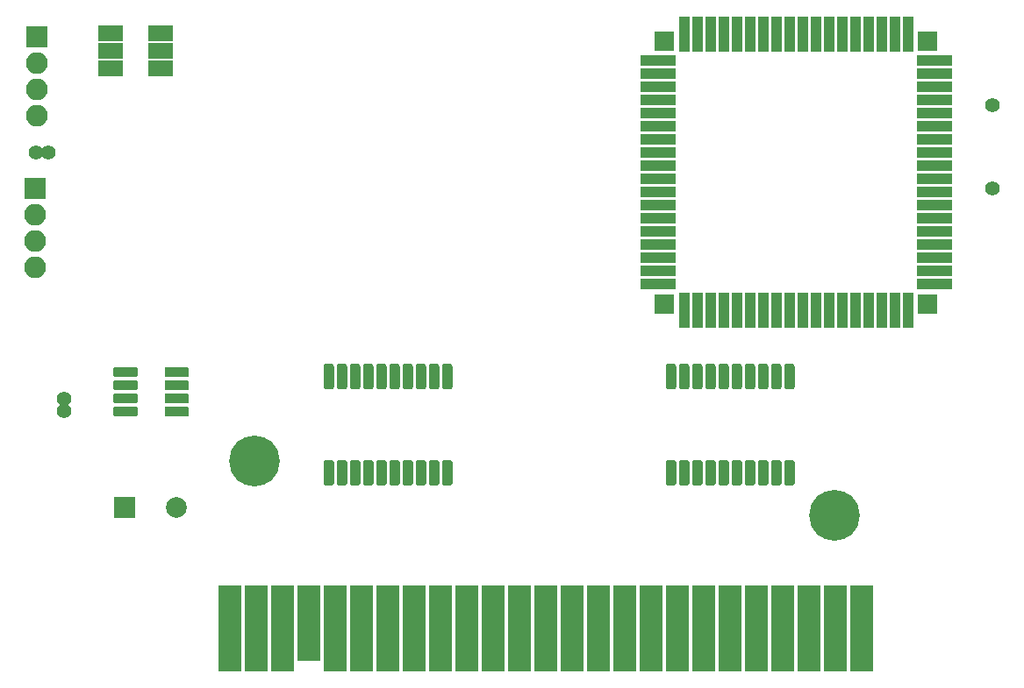
<source format=gbr>
G04 #@! TF.GenerationSoftware,KiCad,Pcbnew,5.1.5+dfsg1-2*
G04 #@! TF.CreationDate,2020-04-06T17:51:16-07:00*
G04 #@! TF.ProjectId,rpmpv1,72706d70-7631-42e6-9b69-6361645f7063,rev?*
G04 #@! TF.SameCoordinates,Original*
G04 #@! TF.FileFunction,Soldermask,Top*
G04 #@! TF.FilePolarity,Negative*
%FSLAX46Y46*%
G04 Gerber Fmt 4.6, Leading zero omitted, Abs format (unit mm)*
G04 Created by KiCad (PCBNEW 5.1.5+dfsg1-2) date 2020-04-06 17:51:16*
%MOMM*%
%LPD*%
G04 APERTURE LIST*
%ADD10R,1.900000X1.900000*%
%ADD11R,3.400000X1.100000*%
%ADD12R,1.100000X3.400000*%
%ADD13C,0.100000*%
%ADD14O,2.100000X2.100000*%
%ADD15R,2.100000X2.100000*%
%ADD16C,4.900000*%
%ADD17R,2.200000X8.400000*%
%ADD18R,2.200000X7.400000*%
%ADD19R,2.400000X1.500000*%
%ADD20R,2.000000X2.000000*%
%ADD21C,2.000000*%
%ADD22C,1.400000*%
G04 APERTURE END LIST*
D10*
X168910000Y-78486000D03*
D11*
X194945000Y-76581000D03*
X194945000Y-74041000D03*
X194945000Y-72771000D03*
X194945000Y-71501000D03*
X194945000Y-70231000D03*
X194945000Y-68961000D03*
X194945000Y-54991000D03*
X194945000Y-67691000D03*
X194945000Y-66421000D03*
X194945000Y-65151000D03*
X194945000Y-63881000D03*
X194945000Y-62611000D03*
X194945000Y-61341000D03*
X194945000Y-60071000D03*
X194945000Y-58801000D03*
X194945000Y-57531000D03*
X194945000Y-56261000D03*
X194945000Y-75311000D03*
X168275000Y-75311000D03*
X168275000Y-54991000D03*
X168275000Y-56261000D03*
X168275000Y-57531000D03*
X168275000Y-58801000D03*
X168275000Y-60071000D03*
X168275000Y-61341000D03*
X168275000Y-62611000D03*
X168275000Y-63881000D03*
X168275000Y-65151000D03*
X168275000Y-66421000D03*
X168275000Y-67691000D03*
X168275000Y-68961000D03*
X168275000Y-70231000D03*
X168275000Y-71501000D03*
X168275000Y-72771000D03*
X168275000Y-74041000D03*
X168275000Y-76581000D03*
D12*
X191135000Y-52451000D03*
X170815000Y-52451000D03*
X172085000Y-52451000D03*
X173355000Y-52451000D03*
X174625000Y-52451000D03*
X175895000Y-52451000D03*
X177165000Y-52451000D03*
X178435000Y-52451000D03*
X179705000Y-52451000D03*
X180975000Y-52451000D03*
X182245000Y-52451000D03*
X183515000Y-52451000D03*
X184785000Y-52451000D03*
X186055000Y-52451000D03*
X187325000Y-52451000D03*
X188595000Y-52451000D03*
X189865000Y-52451000D03*
X192405000Y-52451000D03*
X192405000Y-79121000D03*
X189865000Y-79121000D03*
X188595000Y-79121000D03*
X187325000Y-79121000D03*
X186055000Y-79121000D03*
X184785000Y-79121000D03*
X183515000Y-79121000D03*
X182245000Y-79121000D03*
X180975000Y-79121000D03*
X179705000Y-79121000D03*
X178435000Y-79121000D03*
X177165000Y-79121000D03*
X175895000Y-79121000D03*
X174625000Y-79121000D03*
X173355000Y-79121000D03*
X172085000Y-79121000D03*
X170815000Y-79121000D03*
X191135000Y-79121000D03*
D10*
X194310000Y-78486000D03*
X194310000Y-53086000D03*
X168910000Y-53086000D03*
D13*
G36*
X136799504Y-84296204D02*
G01*
X136823773Y-84299804D01*
X136847571Y-84305765D01*
X136870671Y-84314030D01*
X136892849Y-84324520D01*
X136913893Y-84337133D01*
X136933598Y-84351747D01*
X136951777Y-84368223D01*
X136968253Y-84386402D01*
X136982867Y-84406107D01*
X136995480Y-84427151D01*
X137005970Y-84449329D01*
X137014235Y-84472429D01*
X137020196Y-84496227D01*
X137023796Y-84520496D01*
X137025000Y-84545000D01*
X137025000Y-86495000D01*
X137023796Y-86519504D01*
X137020196Y-86543773D01*
X137014235Y-86567571D01*
X137005970Y-86590671D01*
X136995480Y-86612849D01*
X136982867Y-86633893D01*
X136968253Y-86653598D01*
X136951777Y-86671777D01*
X136933598Y-86688253D01*
X136913893Y-86702867D01*
X136892849Y-86715480D01*
X136870671Y-86725970D01*
X136847571Y-86734235D01*
X136823773Y-86740196D01*
X136799504Y-86743796D01*
X136775000Y-86745000D01*
X136275000Y-86745000D01*
X136250496Y-86743796D01*
X136226227Y-86740196D01*
X136202429Y-86734235D01*
X136179329Y-86725970D01*
X136157151Y-86715480D01*
X136136107Y-86702867D01*
X136116402Y-86688253D01*
X136098223Y-86671777D01*
X136081747Y-86653598D01*
X136067133Y-86633893D01*
X136054520Y-86612849D01*
X136044030Y-86590671D01*
X136035765Y-86567571D01*
X136029804Y-86543773D01*
X136026204Y-86519504D01*
X136025000Y-86495000D01*
X136025000Y-84545000D01*
X136026204Y-84520496D01*
X136029804Y-84496227D01*
X136035765Y-84472429D01*
X136044030Y-84449329D01*
X136054520Y-84427151D01*
X136067133Y-84406107D01*
X136081747Y-84386402D01*
X136098223Y-84368223D01*
X136116402Y-84351747D01*
X136136107Y-84337133D01*
X136157151Y-84324520D01*
X136179329Y-84314030D01*
X136202429Y-84305765D01*
X136226227Y-84299804D01*
X136250496Y-84296204D01*
X136275000Y-84295000D01*
X136775000Y-84295000D01*
X136799504Y-84296204D01*
G37*
G36*
X138069504Y-84296204D02*
G01*
X138093773Y-84299804D01*
X138117571Y-84305765D01*
X138140671Y-84314030D01*
X138162849Y-84324520D01*
X138183893Y-84337133D01*
X138203598Y-84351747D01*
X138221777Y-84368223D01*
X138238253Y-84386402D01*
X138252867Y-84406107D01*
X138265480Y-84427151D01*
X138275970Y-84449329D01*
X138284235Y-84472429D01*
X138290196Y-84496227D01*
X138293796Y-84520496D01*
X138295000Y-84545000D01*
X138295000Y-86495000D01*
X138293796Y-86519504D01*
X138290196Y-86543773D01*
X138284235Y-86567571D01*
X138275970Y-86590671D01*
X138265480Y-86612849D01*
X138252867Y-86633893D01*
X138238253Y-86653598D01*
X138221777Y-86671777D01*
X138203598Y-86688253D01*
X138183893Y-86702867D01*
X138162849Y-86715480D01*
X138140671Y-86725970D01*
X138117571Y-86734235D01*
X138093773Y-86740196D01*
X138069504Y-86743796D01*
X138045000Y-86745000D01*
X137545000Y-86745000D01*
X137520496Y-86743796D01*
X137496227Y-86740196D01*
X137472429Y-86734235D01*
X137449329Y-86725970D01*
X137427151Y-86715480D01*
X137406107Y-86702867D01*
X137386402Y-86688253D01*
X137368223Y-86671777D01*
X137351747Y-86653598D01*
X137337133Y-86633893D01*
X137324520Y-86612849D01*
X137314030Y-86590671D01*
X137305765Y-86567571D01*
X137299804Y-86543773D01*
X137296204Y-86519504D01*
X137295000Y-86495000D01*
X137295000Y-84545000D01*
X137296204Y-84520496D01*
X137299804Y-84496227D01*
X137305765Y-84472429D01*
X137314030Y-84449329D01*
X137324520Y-84427151D01*
X137337133Y-84406107D01*
X137351747Y-84386402D01*
X137368223Y-84368223D01*
X137386402Y-84351747D01*
X137406107Y-84337133D01*
X137427151Y-84324520D01*
X137449329Y-84314030D01*
X137472429Y-84305765D01*
X137496227Y-84299804D01*
X137520496Y-84296204D01*
X137545000Y-84295000D01*
X138045000Y-84295000D01*
X138069504Y-84296204D01*
G37*
G36*
X139339504Y-84296204D02*
G01*
X139363773Y-84299804D01*
X139387571Y-84305765D01*
X139410671Y-84314030D01*
X139432849Y-84324520D01*
X139453893Y-84337133D01*
X139473598Y-84351747D01*
X139491777Y-84368223D01*
X139508253Y-84386402D01*
X139522867Y-84406107D01*
X139535480Y-84427151D01*
X139545970Y-84449329D01*
X139554235Y-84472429D01*
X139560196Y-84496227D01*
X139563796Y-84520496D01*
X139565000Y-84545000D01*
X139565000Y-86495000D01*
X139563796Y-86519504D01*
X139560196Y-86543773D01*
X139554235Y-86567571D01*
X139545970Y-86590671D01*
X139535480Y-86612849D01*
X139522867Y-86633893D01*
X139508253Y-86653598D01*
X139491777Y-86671777D01*
X139473598Y-86688253D01*
X139453893Y-86702867D01*
X139432849Y-86715480D01*
X139410671Y-86725970D01*
X139387571Y-86734235D01*
X139363773Y-86740196D01*
X139339504Y-86743796D01*
X139315000Y-86745000D01*
X138815000Y-86745000D01*
X138790496Y-86743796D01*
X138766227Y-86740196D01*
X138742429Y-86734235D01*
X138719329Y-86725970D01*
X138697151Y-86715480D01*
X138676107Y-86702867D01*
X138656402Y-86688253D01*
X138638223Y-86671777D01*
X138621747Y-86653598D01*
X138607133Y-86633893D01*
X138594520Y-86612849D01*
X138584030Y-86590671D01*
X138575765Y-86567571D01*
X138569804Y-86543773D01*
X138566204Y-86519504D01*
X138565000Y-86495000D01*
X138565000Y-84545000D01*
X138566204Y-84520496D01*
X138569804Y-84496227D01*
X138575765Y-84472429D01*
X138584030Y-84449329D01*
X138594520Y-84427151D01*
X138607133Y-84406107D01*
X138621747Y-84386402D01*
X138638223Y-84368223D01*
X138656402Y-84351747D01*
X138676107Y-84337133D01*
X138697151Y-84324520D01*
X138719329Y-84314030D01*
X138742429Y-84305765D01*
X138766227Y-84299804D01*
X138790496Y-84296204D01*
X138815000Y-84295000D01*
X139315000Y-84295000D01*
X139339504Y-84296204D01*
G37*
G36*
X140609504Y-84296204D02*
G01*
X140633773Y-84299804D01*
X140657571Y-84305765D01*
X140680671Y-84314030D01*
X140702849Y-84324520D01*
X140723893Y-84337133D01*
X140743598Y-84351747D01*
X140761777Y-84368223D01*
X140778253Y-84386402D01*
X140792867Y-84406107D01*
X140805480Y-84427151D01*
X140815970Y-84449329D01*
X140824235Y-84472429D01*
X140830196Y-84496227D01*
X140833796Y-84520496D01*
X140835000Y-84545000D01*
X140835000Y-86495000D01*
X140833796Y-86519504D01*
X140830196Y-86543773D01*
X140824235Y-86567571D01*
X140815970Y-86590671D01*
X140805480Y-86612849D01*
X140792867Y-86633893D01*
X140778253Y-86653598D01*
X140761777Y-86671777D01*
X140743598Y-86688253D01*
X140723893Y-86702867D01*
X140702849Y-86715480D01*
X140680671Y-86725970D01*
X140657571Y-86734235D01*
X140633773Y-86740196D01*
X140609504Y-86743796D01*
X140585000Y-86745000D01*
X140085000Y-86745000D01*
X140060496Y-86743796D01*
X140036227Y-86740196D01*
X140012429Y-86734235D01*
X139989329Y-86725970D01*
X139967151Y-86715480D01*
X139946107Y-86702867D01*
X139926402Y-86688253D01*
X139908223Y-86671777D01*
X139891747Y-86653598D01*
X139877133Y-86633893D01*
X139864520Y-86612849D01*
X139854030Y-86590671D01*
X139845765Y-86567571D01*
X139839804Y-86543773D01*
X139836204Y-86519504D01*
X139835000Y-86495000D01*
X139835000Y-84545000D01*
X139836204Y-84520496D01*
X139839804Y-84496227D01*
X139845765Y-84472429D01*
X139854030Y-84449329D01*
X139864520Y-84427151D01*
X139877133Y-84406107D01*
X139891747Y-84386402D01*
X139908223Y-84368223D01*
X139926402Y-84351747D01*
X139946107Y-84337133D01*
X139967151Y-84324520D01*
X139989329Y-84314030D01*
X140012429Y-84305765D01*
X140036227Y-84299804D01*
X140060496Y-84296204D01*
X140085000Y-84295000D01*
X140585000Y-84295000D01*
X140609504Y-84296204D01*
G37*
G36*
X141879504Y-84296204D02*
G01*
X141903773Y-84299804D01*
X141927571Y-84305765D01*
X141950671Y-84314030D01*
X141972849Y-84324520D01*
X141993893Y-84337133D01*
X142013598Y-84351747D01*
X142031777Y-84368223D01*
X142048253Y-84386402D01*
X142062867Y-84406107D01*
X142075480Y-84427151D01*
X142085970Y-84449329D01*
X142094235Y-84472429D01*
X142100196Y-84496227D01*
X142103796Y-84520496D01*
X142105000Y-84545000D01*
X142105000Y-86495000D01*
X142103796Y-86519504D01*
X142100196Y-86543773D01*
X142094235Y-86567571D01*
X142085970Y-86590671D01*
X142075480Y-86612849D01*
X142062867Y-86633893D01*
X142048253Y-86653598D01*
X142031777Y-86671777D01*
X142013598Y-86688253D01*
X141993893Y-86702867D01*
X141972849Y-86715480D01*
X141950671Y-86725970D01*
X141927571Y-86734235D01*
X141903773Y-86740196D01*
X141879504Y-86743796D01*
X141855000Y-86745000D01*
X141355000Y-86745000D01*
X141330496Y-86743796D01*
X141306227Y-86740196D01*
X141282429Y-86734235D01*
X141259329Y-86725970D01*
X141237151Y-86715480D01*
X141216107Y-86702867D01*
X141196402Y-86688253D01*
X141178223Y-86671777D01*
X141161747Y-86653598D01*
X141147133Y-86633893D01*
X141134520Y-86612849D01*
X141124030Y-86590671D01*
X141115765Y-86567571D01*
X141109804Y-86543773D01*
X141106204Y-86519504D01*
X141105000Y-86495000D01*
X141105000Y-84545000D01*
X141106204Y-84520496D01*
X141109804Y-84496227D01*
X141115765Y-84472429D01*
X141124030Y-84449329D01*
X141134520Y-84427151D01*
X141147133Y-84406107D01*
X141161747Y-84386402D01*
X141178223Y-84368223D01*
X141196402Y-84351747D01*
X141216107Y-84337133D01*
X141237151Y-84324520D01*
X141259329Y-84314030D01*
X141282429Y-84305765D01*
X141306227Y-84299804D01*
X141330496Y-84296204D01*
X141355000Y-84295000D01*
X141855000Y-84295000D01*
X141879504Y-84296204D01*
G37*
G36*
X143149504Y-84296204D02*
G01*
X143173773Y-84299804D01*
X143197571Y-84305765D01*
X143220671Y-84314030D01*
X143242849Y-84324520D01*
X143263893Y-84337133D01*
X143283598Y-84351747D01*
X143301777Y-84368223D01*
X143318253Y-84386402D01*
X143332867Y-84406107D01*
X143345480Y-84427151D01*
X143355970Y-84449329D01*
X143364235Y-84472429D01*
X143370196Y-84496227D01*
X143373796Y-84520496D01*
X143375000Y-84545000D01*
X143375000Y-86495000D01*
X143373796Y-86519504D01*
X143370196Y-86543773D01*
X143364235Y-86567571D01*
X143355970Y-86590671D01*
X143345480Y-86612849D01*
X143332867Y-86633893D01*
X143318253Y-86653598D01*
X143301777Y-86671777D01*
X143283598Y-86688253D01*
X143263893Y-86702867D01*
X143242849Y-86715480D01*
X143220671Y-86725970D01*
X143197571Y-86734235D01*
X143173773Y-86740196D01*
X143149504Y-86743796D01*
X143125000Y-86745000D01*
X142625000Y-86745000D01*
X142600496Y-86743796D01*
X142576227Y-86740196D01*
X142552429Y-86734235D01*
X142529329Y-86725970D01*
X142507151Y-86715480D01*
X142486107Y-86702867D01*
X142466402Y-86688253D01*
X142448223Y-86671777D01*
X142431747Y-86653598D01*
X142417133Y-86633893D01*
X142404520Y-86612849D01*
X142394030Y-86590671D01*
X142385765Y-86567571D01*
X142379804Y-86543773D01*
X142376204Y-86519504D01*
X142375000Y-86495000D01*
X142375000Y-84545000D01*
X142376204Y-84520496D01*
X142379804Y-84496227D01*
X142385765Y-84472429D01*
X142394030Y-84449329D01*
X142404520Y-84427151D01*
X142417133Y-84406107D01*
X142431747Y-84386402D01*
X142448223Y-84368223D01*
X142466402Y-84351747D01*
X142486107Y-84337133D01*
X142507151Y-84324520D01*
X142529329Y-84314030D01*
X142552429Y-84305765D01*
X142576227Y-84299804D01*
X142600496Y-84296204D01*
X142625000Y-84295000D01*
X143125000Y-84295000D01*
X143149504Y-84296204D01*
G37*
G36*
X144419504Y-84296204D02*
G01*
X144443773Y-84299804D01*
X144467571Y-84305765D01*
X144490671Y-84314030D01*
X144512849Y-84324520D01*
X144533893Y-84337133D01*
X144553598Y-84351747D01*
X144571777Y-84368223D01*
X144588253Y-84386402D01*
X144602867Y-84406107D01*
X144615480Y-84427151D01*
X144625970Y-84449329D01*
X144634235Y-84472429D01*
X144640196Y-84496227D01*
X144643796Y-84520496D01*
X144645000Y-84545000D01*
X144645000Y-86495000D01*
X144643796Y-86519504D01*
X144640196Y-86543773D01*
X144634235Y-86567571D01*
X144625970Y-86590671D01*
X144615480Y-86612849D01*
X144602867Y-86633893D01*
X144588253Y-86653598D01*
X144571777Y-86671777D01*
X144553598Y-86688253D01*
X144533893Y-86702867D01*
X144512849Y-86715480D01*
X144490671Y-86725970D01*
X144467571Y-86734235D01*
X144443773Y-86740196D01*
X144419504Y-86743796D01*
X144395000Y-86745000D01*
X143895000Y-86745000D01*
X143870496Y-86743796D01*
X143846227Y-86740196D01*
X143822429Y-86734235D01*
X143799329Y-86725970D01*
X143777151Y-86715480D01*
X143756107Y-86702867D01*
X143736402Y-86688253D01*
X143718223Y-86671777D01*
X143701747Y-86653598D01*
X143687133Y-86633893D01*
X143674520Y-86612849D01*
X143664030Y-86590671D01*
X143655765Y-86567571D01*
X143649804Y-86543773D01*
X143646204Y-86519504D01*
X143645000Y-86495000D01*
X143645000Y-84545000D01*
X143646204Y-84520496D01*
X143649804Y-84496227D01*
X143655765Y-84472429D01*
X143664030Y-84449329D01*
X143674520Y-84427151D01*
X143687133Y-84406107D01*
X143701747Y-84386402D01*
X143718223Y-84368223D01*
X143736402Y-84351747D01*
X143756107Y-84337133D01*
X143777151Y-84324520D01*
X143799329Y-84314030D01*
X143822429Y-84305765D01*
X143846227Y-84299804D01*
X143870496Y-84296204D01*
X143895000Y-84295000D01*
X144395000Y-84295000D01*
X144419504Y-84296204D01*
G37*
G36*
X145689504Y-84296204D02*
G01*
X145713773Y-84299804D01*
X145737571Y-84305765D01*
X145760671Y-84314030D01*
X145782849Y-84324520D01*
X145803893Y-84337133D01*
X145823598Y-84351747D01*
X145841777Y-84368223D01*
X145858253Y-84386402D01*
X145872867Y-84406107D01*
X145885480Y-84427151D01*
X145895970Y-84449329D01*
X145904235Y-84472429D01*
X145910196Y-84496227D01*
X145913796Y-84520496D01*
X145915000Y-84545000D01*
X145915000Y-86495000D01*
X145913796Y-86519504D01*
X145910196Y-86543773D01*
X145904235Y-86567571D01*
X145895970Y-86590671D01*
X145885480Y-86612849D01*
X145872867Y-86633893D01*
X145858253Y-86653598D01*
X145841777Y-86671777D01*
X145823598Y-86688253D01*
X145803893Y-86702867D01*
X145782849Y-86715480D01*
X145760671Y-86725970D01*
X145737571Y-86734235D01*
X145713773Y-86740196D01*
X145689504Y-86743796D01*
X145665000Y-86745000D01*
X145165000Y-86745000D01*
X145140496Y-86743796D01*
X145116227Y-86740196D01*
X145092429Y-86734235D01*
X145069329Y-86725970D01*
X145047151Y-86715480D01*
X145026107Y-86702867D01*
X145006402Y-86688253D01*
X144988223Y-86671777D01*
X144971747Y-86653598D01*
X144957133Y-86633893D01*
X144944520Y-86612849D01*
X144934030Y-86590671D01*
X144925765Y-86567571D01*
X144919804Y-86543773D01*
X144916204Y-86519504D01*
X144915000Y-86495000D01*
X144915000Y-84545000D01*
X144916204Y-84520496D01*
X144919804Y-84496227D01*
X144925765Y-84472429D01*
X144934030Y-84449329D01*
X144944520Y-84427151D01*
X144957133Y-84406107D01*
X144971747Y-84386402D01*
X144988223Y-84368223D01*
X145006402Y-84351747D01*
X145026107Y-84337133D01*
X145047151Y-84324520D01*
X145069329Y-84314030D01*
X145092429Y-84305765D01*
X145116227Y-84299804D01*
X145140496Y-84296204D01*
X145165000Y-84295000D01*
X145665000Y-84295000D01*
X145689504Y-84296204D01*
G37*
G36*
X146959504Y-84296204D02*
G01*
X146983773Y-84299804D01*
X147007571Y-84305765D01*
X147030671Y-84314030D01*
X147052849Y-84324520D01*
X147073893Y-84337133D01*
X147093598Y-84351747D01*
X147111777Y-84368223D01*
X147128253Y-84386402D01*
X147142867Y-84406107D01*
X147155480Y-84427151D01*
X147165970Y-84449329D01*
X147174235Y-84472429D01*
X147180196Y-84496227D01*
X147183796Y-84520496D01*
X147185000Y-84545000D01*
X147185000Y-86495000D01*
X147183796Y-86519504D01*
X147180196Y-86543773D01*
X147174235Y-86567571D01*
X147165970Y-86590671D01*
X147155480Y-86612849D01*
X147142867Y-86633893D01*
X147128253Y-86653598D01*
X147111777Y-86671777D01*
X147093598Y-86688253D01*
X147073893Y-86702867D01*
X147052849Y-86715480D01*
X147030671Y-86725970D01*
X147007571Y-86734235D01*
X146983773Y-86740196D01*
X146959504Y-86743796D01*
X146935000Y-86745000D01*
X146435000Y-86745000D01*
X146410496Y-86743796D01*
X146386227Y-86740196D01*
X146362429Y-86734235D01*
X146339329Y-86725970D01*
X146317151Y-86715480D01*
X146296107Y-86702867D01*
X146276402Y-86688253D01*
X146258223Y-86671777D01*
X146241747Y-86653598D01*
X146227133Y-86633893D01*
X146214520Y-86612849D01*
X146204030Y-86590671D01*
X146195765Y-86567571D01*
X146189804Y-86543773D01*
X146186204Y-86519504D01*
X146185000Y-86495000D01*
X146185000Y-84545000D01*
X146186204Y-84520496D01*
X146189804Y-84496227D01*
X146195765Y-84472429D01*
X146204030Y-84449329D01*
X146214520Y-84427151D01*
X146227133Y-84406107D01*
X146241747Y-84386402D01*
X146258223Y-84368223D01*
X146276402Y-84351747D01*
X146296107Y-84337133D01*
X146317151Y-84324520D01*
X146339329Y-84314030D01*
X146362429Y-84305765D01*
X146386227Y-84299804D01*
X146410496Y-84296204D01*
X146435000Y-84295000D01*
X146935000Y-84295000D01*
X146959504Y-84296204D01*
G37*
G36*
X148229504Y-84296204D02*
G01*
X148253773Y-84299804D01*
X148277571Y-84305765D01*
X148300671Y-84314030D01*
X148322849Y-84324520D01*
X148343893Y-84337133D01*
X148363598Y-84351747D01*
X148381777Y-84368223D01*
X148398253Y-84386402D01*
X148412867Y-84406107D01*
X148425480Y-84427151D01*
X148435970Y-84449329D01*
X148444235Y-84472429D01*
X148450196Y-84496227D01*
X148453796Y-84520496D01*
X148455000Y-84545000D01*
X148455000Y-86495000D01*
X148453796Y-86519504D01*
X148450196Y-86543773D01*
X148444235Y-86567571D01*
X148435970Y-86590671D01*
X148425480Y-86612849D01*
X148412867Y-86633893D01*
X148398253Y-86653598D01*
X148381777Y-86671777D01*
X148363598Y-86688253D01*
X148343893Y-86702867D01*
X148322849Y-86715480D01*
X148300671Y-86725970D01*
X148277571Y-86734235D01*
X148253773Y-86740196D01*
X148229504Y-86743796D01*
X148205000Y-86745000D01*
X147705000Y-86745000D01*
X147680496Y-86743796D01*
X147656227Y-86740196D01*
X147632429Y-86734235D01*
X147609329Y-86725970D01*
X147587151Y-86715480D01*
X147566107Y-86702867D01*
X147546402Y-86688253D01*
X147528223Y-86671777D01*
X147511747Y-86653598D01*
X147497133Y-86633893D01*
X147484520Y-86612849D01*
X147474030Y-86590671D01*
X147465765Y-86567571D01*
X147459804Y-86543773D01*
X147456204Y-86519504D01*
X147455000Y-86495000D01*
X147455000Y-84545000D01*
X147456204Y-84520496D01*
X147459804Y-84496227D01*
X147465765Y-84472429D01*
X147474030Y-84449329D01*
X147484520Y-84427151D01*
X147497133Y-84406107D01*
X147511747Y-84386402D01*
X147528223Y-84368223D01*
X147546402Y-84351747D01*
X147566107Y-84337133D01*
X147587151Y-84324520D01*
X147609329Y-84314030D01*
X147632429Y-84305765D01*
X147656227Y-84299804D01*
X147680496Y-84296204D01*
X147705000Y-84295000D01*
X148205000Y-84295000D01*
X148229504Y-84296204D01*
G37*
G36*
X148229504Y-93596204D02*
G01*
X148253773Y-93599804D01*
X148277571Y-93605765D01*
X148300671Y-93614030D01*
X148322849Y-93624520D01*
X148343893Y-93637133D01*
X148363598Y-93651747D01*
X148381777Y-93668223D01*
X148398253Y-93686402D01*
X148412867Y-93706107D01*
X148425480Y-93727151D01*
X148435970Y-93749329D01*
X148444235Y-93772429D01*
X148450196Y-93796227D01*
X148453796Y-93820496D01*
X148455000Y-93845000D01*
X148455000Y-95795000D01*
X148453796Y-95819504D01*
X148450196Y-95843773D01*
X148444235Y-95867571D01*
X148435970Y-95890671D01*
X148425480Y-95912849D01*
X148412867Y-95933893D01*
X148398253Y-95953598D01*
X148381777Y-95971777D01*
X148363598Y-95988253D01*
X148343893Y-96002867D01*
X148322849Y-96015480D01*
X148300671Y-96025970D01*
X148277571Y-96034235D01*
X148253773Y-96040196D01*
X148229504Y-96043796D01*
X148205000Y-96045000D01*
X147705000Y-96045000D01*
X147680496Y-96043796D01*
X147656227Y-96040196D01*
X147632429Y-96034235D01*
X147609329Y-96025970D01*
X147587151Y-96015480D01*
X147566107Y-96002867D01*
X147546402Y-95988253D01*
X147528223Y-95971777D01*
X147511747Y-95953598D01*
X147497133Y-95933893D01*
X147484520Y-95912849D01*
X147474030Y-95890671D01*
X147465765Y-95867571D01*
X147459804Y-95843773D01*
X147456204Y-95819504D01*
X147455000Y-95795000D01*
X147455000Y-93845000D01*
X147456204Y-93820496D01*
X147459804Y-93796227D01*
X147465765Y-93772429D01*
X147474030Y-93749329D01*
X147484520Y-93727151D01*
X147497133Y-93706107D01*
X147511747Y-93686402D01*
X147528223Y-93668223D01*
X147546402Y-93651747D01*
X147566107Y-93637133D01*
X147587151Y-93624520D01*
X147609329Y-93614030D01*
X147632429Y-93605765D01*
X147656227Y-93599804D01*
X147680496Y-93596204D01*
X147705000Y-93595000D01*
X148205000Y-93595000D01*
X148229504Y-93596204D01*
G37*
G36*
X146959504Y-93596204D02*
G01*
X146983773Y-93599804D01*
X147007571Y-93605765D01*
X147030671Y-93614030D01*
X147052849Y-93624520D01*
X147073893Y-93637133D01*
X147093598Y-93651747D01*
X147111777Y-93668223D01*
X147128253Y-93686402D01*
X147142867Y-93706107D01*
X147155480Y-93727151D01*
X147165970Y-93749329D01*
X147174235Y-93772429D01*
X147180196Y-93796227D01*
X147183796Y-93820496D01*
X147185000Y-93845000D01*
X147185000Y-95795000D01*
X147183796Y-95819504D01*
X147180196Y-95843773D01*
X147174235Y-95867571D01*
X147165970Y-95890671D01*
X147155480Y-95912849D01*
X147142867Y-95933893D01*
X147128253Y-95953598D01*
X147111777Y-95971777D01*
X147093598Y-95988253D01*
X147073893Y-96002867D01*
X147052849Y-96015480D01*
X147030671Y-96025970D01*
X147007571Y-96034235D01*
X146983773Y-96040196D01*
X146959504Y-96043796D01*
X146935000Y-96045000D01*
X146435000Y-96045000D01*
X146410496Y-96043796D01*
X146386227Y-96040196D01*
X146362429Y-96034235D01*
X146339329Y-96025970D01*
X146317151Y-96015480D01*
X146296107Y-96002867D01*
X146276402Y-95988253D01*
X146258223Y-95971777D01*
X146241747Y-95953598D01*
X146227133Y-95933893D01*
X146214520Y-95912849D01*
X146204030Y-95890671D01*
X146195765Y-95867571D01*
X146189804Y-95843773D01*
X146186204Y-95819504D01*
X146185000Y-95795000D01*
X146185000Y-93845000D01*
X146186204Y-93820496D01*
X146189804Y-93796227D01*
X146195765Y-93772429D01*
X146204030Y-93749329D01*
X146214520Y-93727151D01*
X146227133Y-93706107D01*
X146241747Y-93686402D01*
X146258223Y-93668223D01*
X146276402Y-93651747D01*
X146296107Y-93637133D01*
X146317151Y-93624520D01*
X146339329Y-93614030D01*
X146362429Y-93605765D01*
X146386227Y-93599804D01*
X146410496Y-93596204D01*
X146435000Y-93595000D01*
X146935000Y-93595000D01*
X146959504Y-93596204D01*
G37*
G36*
X145689504Y-93596204D02*
G01*
X145713773Y-93599804D01*
X145737571Y-93605765D01*
X145760671Y-93614030D01*
X145782849Y-93624520D01*
X145803893Y-93637133D01*
X145823598Y-93651747D01*
X145841777Y-93668223D01*
X145858253Y-93686402D01*
X145872867Y-93706107D01*
X145885480Y-93727151D01*
X145895970Y-93749329D01*
X145904235Y-93772429D01*
X145910196Y-93796227D01*
X145913796Y-93820496D01*
X145915000Y-93845000D01*
X145915000Y-95795000D01*
X145913796Y-95819504D01*
X145910196Y-95843773D01*
X145904235Y-95867571D01*
X145895970Y-95890671D01*
X145885480Y-95912849D01*
X145872867Y-95933893D01*
X145858253Y-95953598D01*
X145841777Y-95971777D01*
X145823598Y-95988253D01*
X145803893Y-96002867D01*
X145782849Y-96015480D01*
X145760671Y-96025970D01*
X145737571Y-96034235D01*
X145713773Y-96040196D01*
X145689504Y-96043796D01*
X145665000Y-96045000D01*
X145165000Y-96045000D01*
X145140496Y-96043796D01*
X145116227Y-96040196D01*
X145092429Y-96034235D01*
X145069329Y-96025970D01*
X145047151Y-96015480D01*
X145026107Y-96002867D01*
X145006402Y-95988253D01*
X144988223Y-95971777D01*
X144971747Y-95953598D01*
X144957133Y-95933893D01*
X144944520Y-95912849D01*
X144934030Y-95890671D01*
X144925765Y-95867571D01*
X144919804Y-95843773D01*
X144916204Y-95819504D01*
X144915000Y-95795000D01*
X144915000Y-93845000D01*
X144916204Y-93820496D01*
X144919804Y-93796227D01*
X144925765Y-93772429D01*
X144934030Y-93749329D01*
X144944520Y-93727151D01*
X144957133Y-93706107D01*
X144971747Y-93686402D01*
X144988223Y-93668223D01*
X145006402Y-93651747D01*
X145026107Y-93637133D01*
X145047151Y-93624520D01*
X145069329Y-93614030D01*
X145092429Y-93605765D01*
X145116227Y-93599804D01*
X145140496Y-93596204D01*
X145165000Y-93595000D01*
X145665000Y-93595000D01*
X145689504Y-93596204D01*
G37*
G36*
X144419504Y-93596204D02*
G01*
X144443773Y-93599804D01*
X144467571Y-93605765D01*
X144490671Y-93614030D01*
X144512849Y-93624520D01*
X144533893Y-93637133D01*
X144553598Y-93651747D01*
X144571777Y-93668223D01*
X144588253Y-93686402D01*
X144602867Y-93706107D01*
X144615480Y-93727151D01*
X144625970Y-93749329D01*
X144634235Y-93772429D01*
X144640196Y-93796227D01*
X144643796Y-93820496D01*
X144645000Y-93845000D01*
X144645000Y-95795000D01*
X144643796Y-95819504D01*
X144640196Y-95843773D01*
X144634235Y-95867571D01*
X144625970Y-95890671D01*
X144615480Y-95912849D01*
X144602867Y-95933893D01*
X144588253Y-95953598D01*
X144571777Y-95971777D01*
X144553598Y-95988253D01*
X144533893Y-96002867D01*
X144512849Y-96015480D01*
X144490671Y-96025970D01*
X144467571Y-96034235D01*
X144443773Y-96040196D01*
X144419504Y-96043796D01*
X144395000Y-96045000D01*
X143895000Y-96045000D01*
X143870496Y-96043796D01*
X143846227Y-96040196D01*
X143822429Y-96034235D01*
X143799329Y-96025970D01*
X143777151Y-96015480D01*
X143756107Y-96002867D01*
X143736402Y-95988253D01*
X143718223Y-95971777D01*
X143701747Y-95953598D01*
X143687133Y-95933893D01*
X143674520Y-95912849D01*
X143664030Y-95890671D01*
X143655765Y-95867571D01*
X143649804Y-95843773D01*
X143646204Y-95819504D01*
X143645000Y-95795000D01*
X143645000Y-93845000D01*
X143646204Y-93820496D01*
X143649804Y-93796227D01*
X143655765Y-93772429D01*
X143664030Y-93749329D01*
X143674520Y-93727151D01*
X143687133Y-93706107D01*
X143701747Y-93686402D01*
X143718223Y-93668223D01*
X143736402Y-93651747D01*
X143756107Y-93637133D01*
X143777151Y-93624520D01*
X143799329Y-93614030D01*
X143822429Y-93605765D01*
X143846227Y-93599804D01*
X143870496Y-93596204D01*
X143895000Y-93595000D01*
X144395000Y-93595000D01*
X144419504Y-93596204D01*
G37*
G36*
X143149504Y-93596204D02*
G01*
X143173773Y-93599804D01*
X143197571Y-93605765D01*
X143220671Y-93614030D01*
X143242849Y-93624520D01*
X143263893Y-93637133D01*
X143283598Y-93651747D01*
X143301777Y-93668223D01*
X143318253Y-93686402D01*
X143332867Y-93706107D01*
X143345480Y-93727151D01*
X143355970Y-93749329D01*
X143364235Y-93772429D01*
X143370196Y-93796227D01*
X143373796Y-93820496D01*
X143375000Y-93845000D01*
X143375000Y-95795000D01*
X143373796Y-95819504D01*
X143370196Y-95843773D01*
X143364235Y-95867571D01*
X143355970Y-95890671D01*
X143345480Y-95912849D01*
X143332867Y-95933893D01*
X143318253Y-95953598D01*
X143301777Y-95971777D01*
X143283598Y-95988253D01*
X143263893Y-96002867D01*
X143242849Y-96015480D01*
X143220671Y-96025970D01*
X143197571Y-96034235D01*
X143173773Y-96040196D01*
X143149504Y-96043796D01*
X143125000Y-96045000D01*
X142625000Y-96045000D01*
X142600496Y-96043796D01*
X142576227Y-96040196D01*
X142552429Y-96034235D01*
X142529329Y-96025970D01*
X142507151Y-96015480D01*
X142486107Y-96002867D01*
X142466402Y-95988253D01*
X142448223Y-95971777D01*
X142431747Y-95953598D01*
X142417133Y-95933893D01*
X142404520Y-95912849D01*
X142394030Y-95890671D01*
X142385765Y-95867571D01*
X142379804Y-95843773D01*
X142376204Y-95819504D01*
X142375000Y-95795000D01*
X142375000Y-93845000D01*
X142376204Y-93820496D01*
X142379804Y-93796227D01*
X142385765Y-93772429D01*
X142394030Y-93749329D01*
X142404520Y-93727151D01*
X142417133Y-93706107D01*
X142431747Y-93686402D01*
X142448223Y-93668223D01*
X142466402Y-93651747D01*
X142486107Y-93637133D01*
X142507151Y-93624520D01*
X142529329Y-93614030D01*
X142552429Y-93605765D01*
X142576227Y-93599804D01*
X142600496Y-93596204D01*
X142625000Y-93595000D01*
X143125000Y-93595000D01*
X143149504Y-93596204D01*
G37*
G36*
X141879504Y-93596204D02*
G01*
X141903773Y-93599804D01*
X141927571Y-93605765D01*
X141950671Y-93614030D01*
X141972849Y-93624520D01*
X141993893Y-93637133D01*
X142013598Y-93651747D01*
X142031777Y-93668223D01*
X142048253Y-93686402D01*
X142062867Y-93706107D01*
X142075480Y-93727151D01*
X142085970Y-93749329D01*
X142094235Y-93772429D01*
X142100196Y-93796227D01*
X142103796Y-93820496D01*
X142105000Y-93845000D01*
X142105000Y-95795000D01*
X142103796Y-95819504D01*
X142100196Y-95843773D01*
X142094235Y-95867571D01*
X142085970Y-95890671D01*
X142075480Y-95912849D01*
X142062867Y-95933893D01*
X142048253Y-95953598D01*
X142031777Y-95971777D01*
X142013598Y-95988253D01*
X141993893Y-96002867D01*
X141972849Y-96015480D01*
X141950671Y-96025970D01*
X141927571Y-96034235D01*
X141903773Y-96040196D01*
X141879504Y-96043796D01*
X141855000Y-96045000D01*
X141355000Y-96045000D01*
X141330496Y-96043796D01*
X141306227Y-96040196D01*
X141282429Y-96034235D01*
X141259329Y-96025970D01*
X141237151Y-96015480D01*
X141216107Y-96002867D01*
X141196402Y-95988253D01*
X141178223Y-95971777D01*
X141161747Y-95953598D01*
X141147133Y-95933893D01*
X141134520Y-95912849D01*
X141124030Y-95890671D01*
X141115765Y-95867571D01*
X141109804Y-95843773D01*
X141106204Y-95819504D01*
X141105000Y-95795000D01*
X141105000Y-93845000D01*
X141106204Y-93820496D01*
X141109804Y-93796227D01*
X141115765Y-93772429D01*
X141124030Y-93749329D01*
X141134520Y-93727151D01*
X141147133Y-93706107D01*
X141161747Y-93686402D01*
X141178223Y-93668223D01*
X141196402Y-93651747D01*
X141216107Y-93637133D01*
X141237151Y-93624520D01*
X141259329Y-93614030D01*
X141282429Y-93605765D01*
X141306227Y-93599804D01*
X141330496Y-93596204D01*
X141355000Y-93595000D01*
X141855000Y-93595000D01*
X141879504Y-93596204D01*
G37*
G36*
X140609504Y-93596204D02*
G01*
X140633773Y-93599804D01*
X140657571Y-93605765D01*
X140680671Y-93614030D01*
X140702849Y-93624520D01*
X140723893Y-93637133D01*
X140743598Y-93651747D01*
X140761777Y-93668223D01*
X140778253Y-93686402D01*
X140792867Y-93706107D01*
X140805480Y-93727151D01*
X140815970Y-93749329D01*
X140824235Y-93772429D01*
X140830196Y-93796227D01*
X140833796Y-93820496D01*
X140835000Y-93845000D01*
X140835000Y-95795000D01*
X140833796Y-95819504D01*
X140830196Y-95843773D01*
X140824235Y-95867571D01*
X140815970Y-95890671D01*
X140805480Y-95912849D01*
X140792867Y-95933893D01*
X140778253Y-95953598D01*
X140761777Y-95971777D01*
X140743598Y-95988253D01*
X140723893Y-96002867D01*
X140702849Y-96015480D01*
X140680671Y-96025970D01*
X140657571Y-96034235D01*
X140633773Y-96040196D01*
X140609504Y-96043796D01*
X140585000Y-96045000D01*
X140085000Y-96045000D01*
X140060496Y-96043796D01*
X140036227Y-96040196D01*
X140012429Y-96034235D01*
X139989329Y-96025970D01*
X139967151Y-96015480D01*
X139946107Y-96002867D01*
X139926402Y-95988253D01*
X139908223Y-95971777D01*
X139891747Y-95953598D01*
X139877133Y-95933893D01*
X139864520Y-95912849D01*
X139854030Y-95890671D01*
X139845765Y-95867571D01*
X139839804Y-95843773D01*
X139836204Y-95819504D01*
X139835000Y-95795000D01*
X139835000Y-93845000D01*
X139836204Y-93820496D01*
X139839804Y-93796227D01*
X139845765Y-93772429D01*
X139854030Y-93749329D01*
X139864520Y-93727151D01*
X139877133Y-93706107D01*
X139891747Y-93686402D01*
X139908223Y-93668223D01*
X139926402Y-93651747D01*
X139946107Y-93637133D01*
X139967151Y-93624520D01*
X139989329Y-93614030D01*
X140012429Y-93605765D01*
X140036227Y-93599804D01*
X140060496Y-93596204D01*
X140085000Y-93595000D01*
X140585000Y-93595000D01*
X140609504Y-93596204D01*
G37*
G36*
X139339504Y-93596204D02*
G01*
X139363773Y-93599804D01*
X139387571Y-93605765D01*
X139410671Y-93614030D01*
X139432849Y-93624520D01*
X139453893Y-93637133D01*
X139473598Y-93651747D01*
X139491777Y-93668223D01*
X139508253Y-93686402D01*
X139522867Y-93706107D01*
X139535480Y-93727151D01*
X139545970Y-93749329D01*
X139554235Y-93772429D01*
X139560196Y-93796227D01*
X139563796Y-93820496D01*
X139565000Y-93845000D01*
X139565000Y-95795000D01*
X139563796Y-95819504D01*
X139560196Y-95843773D01*
X139554235Y-95867571D01*
X139545970Y-95890671D01*
X139535480Y-95912849D01*
X139522867Y-95933893D01*
X139508253Y-95953598D01*
X139491777Y-95971777D01*
X139473598Y-95988253D01*
X139453893Y-96002867D01*
X139432849Y-96015480D01*
X139410671Y-96025970D01*
X139387571Y-96034235D01*
X139363773Y-96040196D01*
X139339504Y-96043796D01*
X139315000Y-96045000D01*
X138815000Y-96045000D01*
X138790496Y-96043796D01*
X138766227Y-96040196D01*
X138742429Y-96034235D01*
X138719329Y-96025970D01*
X138697151Y-96015480D01*
X138676107Y-96002867D01*
X138656402Y-95988253D01*
X138638223Y-95971777D01*
X138621747Y-95953598D01*
X138607133Y-95933893D01*
X138594520Y-95912849D01*
X138584030Y-95890671D01*
X138575765Y-95867571D01*
X138569804Y-95843773D01*
X138566204Y-95819504D01*
X138565000Y-95795000D01*
X138565000Y-93845000D01*
X138566204Y-93820496D01*
X138569804Y-93796227D01*
X138575765Y-93772429D01*
X138584030Y-93749329D01*
X138594520Y-93727151D01*
X138607133Y-93706107D01*
X138621747Y-93686402D01*
X138638223Y-93668223D01*
X138656402Y-93651747D01*
X138676107Y-93637133D01*
X138697151Y-93624520D01*
X138719329Y-93614030D01*
X138742429Y-93605765D01*
X138766227Y-93599804D01*
X138790496Y-93596204D01*
X138815000Y-93595000D01*
X139315000Y-93595000D01*
X139339504Y-93596204D01*
G37*
G36*
X138069504Y-93596204D02*
G01*
X138093773Y-93599804D01*
X138117571Y-93605765D01*
X138140671Y-93614030D01*
X138162849Y-93624520D01*
X138183893Y-93637133D01*
X138203598Y-93651747D01*
X138221777Y-93668223D01*
X138238253Y-93686402D01*
X138252867Y-93706107D01*
X138265480Y-93727151D01*
X138275970Y-93749329D01*
X138284235Y-93772429D01*
X138290196Y-93796227D01*
X138293796Y-93820496D01*
X138295000Y-93845000D01*
X138295000Y-95795000D01*
X138293796Y-95819504D01*
X138290196Y-95843773D01*
X138284235Y-95867571D01*
X138275970Y-95890671D01*
X138265480Y-95912849D01*
X138252867Y-95933893D01*
X138238253Y-95953598D01*
X138221777Y-95971777D01*
X138203598Y-95988253D01*
X138183893Y-96002867D01*
X138162849Y-96015480D01*
X138140671Y-96025970D01*
X138117571Y-96034235D01*
X138093773Y-96040196D01*
X138069504Y-96043796D01*
X138045000Y-96045000D01*
X137545000Y-96045000D01*
X137520496Y-96043796D01*
X137496227Y-96040196D01*
X137472429Y-96034235D01*
X137449329Y-96025970D01*
X137427151Y-96015480D01*
X137406107Y-96002867D01*
X137386402Y-95988253D01*
X137368223Y-95971777D01*
X137351747Y-95953598D01*
X137337133Y-95933893D01*
X137324520Y-95912849D01*
X137314030Y-95890671D01*
X137305765Y-95867571D01*
X137299804Y-95843773D01*
X137296204Y-95819504D01*
X137295000Y-95795000D01*
X137295000Y-93845000D01*
X137296204Y-93820496D01*
X137299804Y-93796227D01*
X137305765Y-93772429D01*
X137314030Y-93749329D01*
X137324520Y-93727151D01*
X137337133Y-93706107D01*
X137351747Y-93686402D01*
X137368223Y-93668223D01*
X137386402Y-93651747D01*
X137406107Y-93637133D01*
X137427151Y-93624520D01*
X137449329Y-93614030D01*
X137472429Y-93605765D01*
X137496227Y-93599804D01*
X137520496Y-93596204D01*
X137545000Y-93595000D01*
X138045000Y-93595000D01*
X138069504Y-93596204D01*
G37*
G36*
X136799504Y-93596204D02*
G01*
X136823773Y-93599804D01*
X136847571Y-93605765D01*
X136870671Y-93614030D01*
X136892849Y-93624520D01*
X136913893Y-93637133D01*
X136933598Y-93651747D01*
X136951777Y-93668223D01*
X136968253Y-93686402D01*
X136982867Y-93706107D01*
X136995480Y-93727151D01*
X137005970Y-93749329D01*
X137014235Y-93772429D01*
X137020196Y-93796227D01*
X137023796Y-93820496D01*
X137025000Y-93845000D01*
X137025000Y-95795000D01*
X137023796Y-95819504D01*
X137020196Y-95843773D01*
X137014235Y-95867571D01*
X137005970Y-95890671D01*
X136995480Y-95912849D01*
X136982867Y-95933893D01*
X136968253Y-95953598D01*
X136951777Y-95971777D01*
X136933598Y-95988253D01*
X136913893Y-96002867D01*
X136892849Y-96015480D01*
X136870671Y-96025970D01*
X136847571Y-96034235D01*
X136823773Y-96040196D01*
X136799504Y-96043796D01*
X136775000Y-96045000D01*
X136275000Y-96045000D01*
X136250496Y-96043796D01*
X136226227Y-96040196D01*
X136202429Y-96034235D01*
X136179329Y-96025970D01*
X136157151Y-96015480D01*
X136136107Y-96002867D01*
X136116402Y-95988253D01*
X136098223Y-95971777D01*
X136081747Y-95953598D01*
X136067133Y-95933893D01*
X136054520Y-95912849D01*
X136044030Y-95890671D01*
X136035765Y-95867571D01*
X136029804Y-95843773D01*
X136026204Y-95819504D01*
X136025000Y-95795000D01*
X136025000Y-93845000D01*
X136026204Y-93820496D01*
X136029804Y-93796227D01*
X136035765Y-93772429D01*
X136044030Y-93749329D01*
X136054520Y-93727151D01*
X136067133Y-93706107D01*
X136081747Y-93686402D01*
X136098223Y-93668223D01*
X136116402Y-93651747D01*
X136136107Y-93637133D01*
X136157151Y-93624520D01*
X136179329Y-93614030D01*
X136202429Y-93605765D01*
X136226227Y-93599804D01*
X136250496Y-93596204D01*
X136275000Y-93595000D01*
X136775000Y-93595000D01*
X136799504Y-93596204D01*
G37*
G36*
X169819504Y-84296204D02*
G01*
X169843773Y-84299804D01*
X169867571Y-84305765D01*
X169890671Y-84314030D01*
X169912849Y-84324520D01*
X169933893Y-84337133D01*
X169953598Y-84351747D01*
X169971777Y-84368223D01*
X169988253Y-84386402D01*
X170002867Y-84406107D01*
X170015480Y-84427151D01*
X170025970Y-84449329D01*
X170034235Y-84472429D01*
X170040196Y-84496227D01*
X170043796Y-84520496D01*
X170045000Y-84545000D01*
X170045000Y-86495000D01*
X170043796Y-86519504D01*
X170040196Y-86543773D01*
X170034235Y-86567571D01*
X170025970Y-86590671D01*
X170015480Y-86612849D01*
X170002867Y-86633893D01*
X169988253Y-86653598D01*
X169971777Y-86671777D01*
X169953598Y-86688253D01*
X169933893Y-86702867D01*
X169912849Y-86715480D01*
X169890671Y-86725970D01*
X169867571Y-86734235D01*
X169843773Y-86740196D01*
X169819504Y-86743796D01*
X169795000Y-86745000D01*
X169295000Y-86745000D01*
X169270496Y-86743796D01*
X169246227Y-86740196D01*
X169222429Y-86734235D01*
X169199329Y-86725970D01*
X169177151Y-86715480D01*
X169156107Y-86702867D01*
X169136402Y-86688253D01*
X169118223Y-86671777D01*
X169101747Y-86653598D01*
X169087133Y-86633893D01*
X169074520Y-86612849D01*
X169064030Y-86590671D01*
X169055765Y-86567571D01*
X169049804Y-86543773D01*
X169046204Y-86519504D01*
X169045000Y-86495000D01*
X169045000Y-84545000D01*
X169046204Y-84520496D01*
X169049804Y-84496227D01*
X169055765Y-84472429D01*
X169064030Y-84449329D01*
X169074520Y-84427151D01*
X169087133Y-84406107D01*
X169101747Y-84386402D01*
X169118223Y-84368223D01*
X169136402Y-84351747D01*
X169156107Y-84337133D01*
X169177151Y-84324520D01*
X169199329Y-84314030D01*
X169222429Y-84305765D01*
X169246227Y-84299804D01*
X169270496Y-84296204D01*
X169295000Y-84295000D01*
X169795000Y-84295000D01*
X169819504Y-84296204D01*
G37*
G36*
X171089504Y-84296204D02*
G01*
X171113773Y-84299804D01*
X171137571Y-84305765D01*
X171160671Y-84314030D01*
X171182849Y-84324520D01*
X171203893Y-84337133D01*
X171223598Y-84351747D01*
X171241777Y-84368223D01*
X171258253Y-84386402D01*
X171272867Y-84406107D01*
X171285480Y-84427151D01*
X171295970Y-84449329D01*
X171304235Y-84472429D01*
X171310196Y-84496227D01*
X171313796Y-84520496D01*
X171315000Y-84545000D01*
X171315000Y-86495000D01*
X171313796Y-86519504D01*
X171310196Y-86543773D01*
X171304235Y-86567571D01*
X171295970Y-86590671D01*
X171285480Y-86612849D01*
X171272867Y-86633893D01*
X171258253Y-86653598D01*
X171241777Y-86671777D01*
X171223598Y-86688253D01*
X171203893Y-86702867D01*
X171182849Y-86715480D01*
X171160671Y-86725970D01*
X171137571Y-86734235D01*
X171113773Y-86740196D01*
X171089504Y-86743796D01*
X171065000Y-86745000D01*
X170565000Y-86745000D01*
X170540496Y-86743796D01*
X170516227Y-86740196D01*
X170492429Y-86734235D01*
X170469329Y-86725970D01*
X170447151Y-86715480D01*
X170426107Y-86702867D01*
X170406402Y-86688253D01*
X170388223Y-86671777D01*
X170371747Y-86653598D01*
X170357133Y-86633893D01*
X170344520Y-86612849D01*
X170334030Y-86590671D01*
X170325765Y-86567571D01*
X170319804Y-86543773D01*
X170316204Y-86519504D01*
X170315000Y-86495000D01*
X170315000Y-84545000D01*
X170316204Y-84520496D01*
X170319804Y-84496227D01*
X170325765Y-84472429D01*
X170334030Y-84449329D01*
X170344520Y-84427151D01*
X170357133Y-84406107D01*
X170371747Y-84386402D01*
X170388223Y-84368223D01*
X170406402Y-84351747D01*
X170426107Y-84337133D01*
X170447151Y-84324520D01*
X170469329Y-84314030D01*
X170492429Y-84305765D01*
X170516227Y-84299804D01*
X170540496Y-84296204D01*
X170565000Y-84295000D01*
X171065000Y-84295000D01*
X171089504Y-84296204D01*
G37*
G36*
X172359504Y-84296204D02*
G01*
X172383773Y-84299804D01*
X172407571Y-84305765D01*
X172430671Y-84314030D01*
X172452849Y-84324520D01*
X172473893Y-84337133D01*
X172493598Y-84351747D01*
X172511777Y-84368223D01*
X172528253Y-84386402D01*
X172542867Y-84406107D01*
X172555480Y-84427151D01*
X172565970Y-84449329D01*
X172574235Y-84472429D01*
X172580196Y-84496227D01*
X172583796Y-84520496D01*
X172585000Y-84545000D01*
X172585000Y-86495000D01*
X172583796Y-86519504D01*
X172580196Y-86543773D01*
X172574235Y-86567571D01*
X172565970Y-86590671D01*
X172555480Y-86612849D01*
X172542867Y-86633893D01*
X172528253Y-86653598D01*
X172511777Y-86671777D01*
X172493598Y-86688253D01*
X172473893Y-86702867D01*
X172452849Y-86715480D01*
X172430671Y-86725970D01*
X172407571Y-86734235D01*
X172383773Y-86740196D01*
X172359504Y-86743796D01*
X172335000Y-86745000D01*
X171835000Y-86745000D01*
X171810496Y-86743796D01*
X171786227Y-86740196D01*
X171762429Y-86734235D01*
X171739329Y-86725970D01*
X171717151Y-86715480D01*
X171696107Y-86702867D01*
X171676402Y-86688253D01*
X171658223Y-86671777D01*
X171641747Y-86653598D01*
X171627133Y-86633893D01*
X171614520Y-86612849D01*
X171604030Y-86590671D01*
X171595765Y-86567571D01*
X171589804Y-86543773D01*
X171586204Y-86519504D01*
X171585000Y-86495000D01*
X171585000Y-84545000D01*
X171586204Y-84520496D01*
X171589804Y-84496227D01*
X171595765Y-84472429D01*
X171604030Y-84449329D01*
X171614520Y-84427151D01*
X171627133Y-84406107D01*
X171641747Y-84386402D01*
X171658223Y-84368223D01*
X171676402Y-84351747D01*
X171696107Y-84337133D01*
X171717151Y-84324520D01*
X171739329Y-84314030D01*
X171762429Y-84305765D01*
X171786227Y-84299804D01*
X171810496Y-84296204D01*
X171835000Y-84295000D01*
X172335000Y-84295000D01*
X172359504Y-84296204D01*
G37*
G36*
X173629504Y-84296204D02*
G01*
X173653773Y-84299804D01*
X173677571Y-84305765D01*
X173700671Y-84314030D01*
X173722849Y-84324520D01*
X173743893Y-84337133D01*
X173763598Y-84351747D01*
X173781777Y-84368223D01*
X173798253Y-84386402D01*
X173812867Y-84406107D01*
X173825480Y-84427151D01*
X173835970Y-84449329D01*
X173844235Y-84472429D01*
X173850196Y-84496227D01*
X173853796Y-84520496D01*
X173855000Y-84545000D01*
X173855000Y-86495000D01*
X173853796Y-86519504D01*
X173850196Y-86543773D01*
X173844235Y-86567571D01*
X173835970Y-86590671D01*
X173825480Y-86612849D01*
X173812867Y-86633893D01*
X173798253Y-86653598D01*
X173781777Y-86671777D01*
X173763598Y-86688253D01*
X173743893Y-86702867D01*
X173722849Y-86715480D01*
X173700671Y-86725970D01*
X173677571Y-86734235D01*
X173653773Y-86740196D01*
X173629504Y-86743796D01*
X173605000Y-86745000D01*
X173105000Y-86745000D01*
X173080496Y-86743796D01*
X173056227Y-86740196D01*
X173032429Y-86734235D01*
X173009329Y-86725970D01*
X172987151Y-86715480D01*
X172966107Y-86702867D01*
X172946402Y-86688253D01*
X172928223Y-86671777D01*
X172911747Y-86653598D01*
X172897133Y-86633893D01*
X172884520Y-86612849D01*
X172874030Y-86590671D01*
X172865765Y-86567571D01*
X172859804Y-86543773D01*
X172856204Y-86519504D01*
X172855000Y-86495000D01*
X172855000Y-84545000D01*
X172856204Y-84520496D01*
X172859804Y-84496227D01*
X172865765Y-84472429D01*
X172874030Y-84449329D01*
X172884520Y-84427151D01*
X172897133Y-84406107D01*
X172911747Y-84386402D01*
X172928223Y-84368223D01*
X172946402Y-84351747D01*
X172966107Y-84337133D01*
X172987151Y-84324520D01*
X173009329Y-84314030D01*
X173032429Y-84305765D01*
X173056227Y-84299804D01*
X173080496Y-84296204D01*
X173105000Y-84295000D01*
X173605000Y-84295000D01*
X173629504Y-84296204D01*
G37*
G36*
X174899504Y-84296204D02*
G01*
X174923773Y-84299804D01*
X174947571Y-84305765D01*
X174970671Y-84314030D01*
X174992849Y-84324520D01*
X175013893Y-84337133D01*
X175033598Y-84351747D01*
X175051777Y-84368223D01*
X175068253Y-84386402D01*
X175082867Y-84406107D01*
X175095480Y-84427151D01*
X175105970Y-84449329D01*
X175114235Y-84472429D01*
X175120196Y-84496227D01*
X175123796Y-84520496D01*
X175125000Y-84545000D01*
X175125000Y-86495000D01*
X175123796Y-86519504D01*
X175120196Y-86543773D01*
X175114235Y-86567571D01*
X175105970Y-86590671D01*
X175095480Y-86612849D01*
X175082867Y-86633893D01*
X175068253Y-86653598D01*
X175051777Y-86671777D01*
X175033598Y-86688253D01*
X175013893Y-86702867D01*
X174992849Y-86715480D01*
X174970671Y-86725970D01*
X174947571Y-86734235D01*
X174923773Y-86740196D01*
X174899504Y-86743796D01*
X174875000Y-86745000D01*
X174375000Y-86745000D01*
X174350496Y-86743796D01*
X174326227Y-86740196D01*
X174302429Y-86734235D01*
X174279329Y-86725970D01*
X174257151Y-86715480D01*
X174236107Y-86702867D01*
X174216402Y-86688253D01*
X174198223Y-86671777D01*
X174181747Y-86653598D01*
X174167133Y-86633893D01*
X174154520Y-86612849D01*
X174144030Y-86590671D01*
X174135765Y-86567571D01*
X174129804Y-86543773D01*
X174126204Y-86519504D01*
X174125000Y-86495000D01*
X174125000Y-84545000D01*
X174126204Y-84520496D01*
X174129804Y-84496227D01*
X174135765Y-84472429D01*
X174144030Y-84449329D01*
X174154520Y-84427151D01*
X174167133Y-84406107D01*
X174181747Y-84386402D01*
X174198223Y-84368223D01*
X174216402Y-84351747D01*
X174236107Y-84337133D01*
X174257151Y-84324520D01*
X174279329Y-84314030D01*
X174302429Y-84305765D01*
X174326227Y-84299804D01*
X174350496Y-84296204D01*
X174375000Y-84295000D01*
X174875000Y-84295000D01*
X174899504Y-84296204D01*
G37*
G36*
X176169504Y-84296204D02*
G01*
X176193773Y-84299804D01*
X176217571Y-84305765D01*
X176240671Y-84314030D01*
X176262849Y-84324520D01*
X176283893Y-84337133D01*
X176303598Y-84351747D01*
X176321777Y-84368223D01*
X176338253Y-84386402D01*
X176352867Y-84406107D01*
X176365480Y-84427151D01*
X176375970Y-84449329D01*
X176384235Y-84472429D01*
X176390196Y-84496227D01*
X176393796Y-84520496D01*
X176395000Y-84545000D01*
X176395000Y-86495000D01*
X176393796Y-86519504D01*
X176390196Y-86543773D01*
X176384235Y-86567571D01*
X176375970Y-86590671D01*
X176365480Y-86612849D01*
X176352867Y-86633893D01*
X176338253Y-86653598D01*
X176321777Y-86671777D01*
X176303598Y-86688253D01*
X176283893Y-86702867D01*
X176262849Y-86715480D01*
X176240671Y-86725970D01*
X176217571Y-86734235D01*
X176193773Y-86740196D01*
X176169504Y-86743796D01*
X176145000Y-86745000D01*
X175645000Y-86745000D01*
X175620496Y-86743796D01*
X175596227Y-86740196D01*
X175572429Y-86734235D01*
X175549329Y-86725970D01*
X175527151Y-86715480D01*
X175506107Y-86702867D01*
X175486402Y-86688253D01*
X175468223Y-86671777D01*
X175451747Y-86653598D01*
X175437133Y-86633893D01*
X175424520Y-86612849D01*
X175414030Y-86590671D01*
X175405765Y-86567571D01*
X175399804Y-86543773D01*
X175396204Y-86519504D01*
X175395000Y-86495000D01*
X175395000Y-84545000D01*
X175396204Y-84520496D01*
X175399804Y-84496227D01*
X175405765Y-84472429D01*
X175414030Y-84449329D01*
X175424520Y-84427151D01*
X175437133Y-84406107D01*
X175451747Y-84386402D01*
X175468223Y-84368223D01*
X175486402Y-84351747D01*
X175506107Y-84337133D01*
X175527151Y-84324520D01*
X175549329Y-84314030D01*
X175572429Y-84305765D01*
X175596227Y-84299804D01*
X175620496Y-84296204D01*
X175645000Y-84295000D01*
X176145000Y-84295000D01*
X176169504Y-84296204D01*
G37*
G36*
X177439504Y-84296204D02*
G01*
X177463773Y-84299804D01*
X177487571Y-84305765D01*
X177510671Y-84314030D01*
X177532849Y-84324520D01*
X177553893Y-84337133D01*
X177573598Y-84351747D01*
X177591777Y-84368223D01*
X177608253Y-84386402D01*
X177622867Y-84406107D01*
X177635480Y-84427151D01*
X177645970Y-84449329D01*
X177654235Y-84472429D01*
X177660196Y-84496227D01*
X177663796Y-84520496D01*
X177665000Y-84545000D01*
X177665000Y-86495000D01*
X177663796Y-86519504D01*
X177660196Y-86543773D01*
X177654235Y-86567571D01*
X177645970Y-86590671D01*
X177635480Y-86612849D01*
X177622867Y-86633893D01*
X177608253Y-86653598D01*
X177591777Y-86671777D01*
X177573598Y-86688253D01*
X177553893Y-86702867D01*
X177532849Y-86715480D01*
X177510671Y-86725970D01*
X177487571Y-86734235D01*
X177463773Y-86740196D01*
X177439504Y-86743796D01*
X177415000Y-86745000D01*
X176915000Y-86745000D01*
X176890496Y-86743796D01*
X176866227Y-86740196D01*
X176842429Y-86734235D01*
X176819329Y-86725970D01*
X176797151Y-86715480D01*
X176776107Y-86702867D01*
X176756402Y-86688253D01*
X176738223Y-86671777D01*
X176721747Y-86653598D01*
X176707133Y-86633893D01*
X176694520Y-86612849D01*
X176684030Y-86590671D01*
X176675765Y-86567571D01*
X176669804Y-86543773D01*
X176666204Y-86519504D01*
X176665000Y-86495000D01*
X176665000Y-84545000D01*
X176666204Y-84520496D01*
X176669804Y-84496227D01*
X176675765Y-84472429D01*
X176684030Y-84449329D01*
X176694520Y-84427151D01*
X176707133Y-84406107D01*
X176721747Y-84386402D01*
X176738223Y-84368223D01*
X176756402Y-84351747D01*
X176776107Y-84337133D01*
X176797151Y-84324520D01*
X176819329Y-84314030D01*
X176842429Y-84305765D01*
X176866227Y-84299804D01*
X176890496Y-84296204D01*
X176915000Y-84295000D01*
X177415000Y-84295000D01*
X177439504Y-84296204D01*
G37*
G36*
X178709504Y-84296204D02*
G01*
X178733773Y-84299804D01*
X178757571Y-84305765D01*
X178780671Y-84314030D01*
X178802849Y-84324520D01*
X178823893Y-84337133D01*
X178843598Y-84351747D01*
X178861777Y-84368223D01*
X178878253Y-84386402D01*
X178892867Y-84406107D01*
X178905480Y-84427151D01*
X178915970Y-84449329D01*
X178924235Y-84472429D01*
X178930196Y-84496227D01*
X178933796Y-84520496D01*
X178935000Y-84545000D01*
X178935000Y-86495000D01*
X178933796Y-86519504D01*
X178930196Y-86543773D01*
X178924235Y-86567571D01*
X178915970Y-86590671D01*
X178905480Y-86612849D01*
X178892867Y-86633893D01*
X178878253Y-86653598D01*
X178861777Y-86671777D01*
X178843598Y-86688253D01*
X178823893Y-86702867D01*
X178802849Y-86715480D01*
X178780671Y-86725970D01*
X178757571Y-86734235D01*
X178733773Y-86740196D01*
X178709504Y-86743796D01*
X178685000Y-86745000D01*
X178185000Y-86745000D01*
X178160496Y-86743796D01*
X178136227Y-86740196D01*
X178112429Y-86734235D01*
X178089329Y-86725970D01*
X178067151Y-86715480D01*
X178046107Y-86702867D01*
X178026402Y-86688253D01*
X178008223Y-86671777D01*
X177991747Y-86653598D01*
X177977133Y-86633893D01*
X177964520Y-86612849D01*
X177954030Y-86590671D01*
X177945765Y-86567571D01*
X177939804Y-86543773D01*
X177936204Y-86519504D01*
X177935000Y-86495000D01*
X177935000Y-84545000D01*
X177936204Y-84520496D01*
X177939804Y-84496227D01*
X177945765Y-84472429D01*
X177954030Y-84449329D01*
X177964520Y-84427151D01*
X177977133Y-84406107D01*
X177991747Y-84386402D01*
X178008223Y-84368223D01*
X178026402Y-84351747D01*
X178046107Y-84337133D01*
X178067151Y-84324520D01*
X178089329Y-84314030D01*
X178112429Y-84305765D01*
X178136227Y-84299804D01*
X178160496Y-84296204D01*
X178185000Y-84295000D01*
X178685000Y-84295000D01*
X178709504Y-84296204D01*
G37*
G36*
X179979504Y-84296204D02*
G01*
X180003773Y-84299804D01*
X180027571Y-84305765D01*
X180050671Y-84314030D01*
X180072849Y-84324520D01*
X180093893Y-84337133D01*
X180113598Y-84351747D01*
X180131777Y-84368223D01*
X180148253Y-84386402D01*
X180162867Y-84406107D01*
X180175480Y-84427151D01*
X180185970Y-84449329D01*
X180194235Y-84472429D01*
X180200196Y-84496227D01*
X180203796Y-84520496D01*
X180205000Y-84545000D01*
X180205000Y-86495000D01*
X180203796Y-86519504D01*
X180200196Y-86543773D01*
X180194235Y-86567571D01*
X180185970Y-86590671D01*
X180175480Y-86612849D01*
X180162867Y-86633893D01*
X180148253Y-86653598D01*
X180131777Y-86671777D01*
X180113598Y-86688253D01*
X180093893Y-86702867D01*
X180072849Y-86715480D01*
X180050671Y-86725970D01*
X180027571Y-86734235D01*
X180003773Y-86740196D01*
X179979504Y-86743796D01*
X179955000Y-86745000D01*
X179455000Y-86745000D01*
X179430496Y-86743796D01*
X179406227Y-86740196D01*
X179382429Y-86734235D01*
X179359329Y-86725970D01*
X179337151Y-86715480D01*
X179316107Y-86702867D01*
X179296402Y-86688253D01*
X179278223Y-86671777D01*
X179261747Y-86653598D01*
X179247133Y-86633893D01*
X179234520Y-86612849D01*
X179224030Y-86590671D01*
X179215765Y-86567571D01*
X179209804Y-86543773D01*
X179206204Y-86519504D01*
X179205000Y-86495000D01*
X179205000Y-84545000D01*
X179206204Y-84520496D01*
X179209804Y-84496227D01*
X179215765Y-84472429D01*
X179224030Y-84449329D01*
X179234520Y-84427151D01*
X179247133Y-84406107D01*
X179261747Y-84386402D01*
X179278223Y-84368223D01*
X179296402Y-84351747D01*
X179316107Y-84337133D01*
X179337151Y-84324520D01*
X179359329Y-84314030D01*
X179382429Y-84305765D01*
X179406227Y-84299804D01*
X179430496Y-84296204D01*
X179455000Y-84295000D01*
X179955000Y-84295000D01*
X179979504Y-84296204D01*
G37*
G36*
X181249504Y-84296204D02*
G01*
X181273773Y-84299804D01*
X181297571Y-84305765D01*
X181320671Y-84314030D01*
X181342849Y-84324520D01*
X181363893Y-84337133D01*
X181383598Y-84351747D01*
X181401777Y-84368223D01*
X181418253Y-84386402D01*
X181432867Y-84406107D01*
X181445480Y-84427151D01*
X181455970Y-84449329D01*
X181464235Y-84472429D01*
X181470196Y-84496227D01*
X181473796Y-84520496D01*
X181475000Y-84545000D01*
X181475000Y-86495000D01*
X181473796Y-86519504D01*
X181470196Y-86543773D01*
X181464235Y-86567571D01*
X181455970Y-86590671D01*
X181445480Y-86612849D01*
X181432867Y-86633893D01*
X181418253Y-86653598D01*
X181401777Y-86671777D01*
X181383598Y-86688253D01*
X181363893Y-86702867D01*
X181342849Y-86715480D01*
X181320671Y-86725970D01*
X181297571Y-86734235D01*
X181273773Y-86740196D01*
X181249504Y-86743796D01*
X181225000Y-86745000D01*
X180725000Y-86745000D01*
X180700496Y-86743796D01*
X180676227Y-86740196D01*
X180652429Y-86734235D01*
X180629329Y-86725970D01*
X180607151Y-86715480D01*
X180586107Y-86702867D01*
X180566402Y-86688253D01*
X180548223Y-86671777D01*
X180531747Y-86653598D01*
X180517133Y-86633893D01*
X180504520Y-86612849D01*
X180494030Y-86590671D01*
X180485765Y-86567571D01*
X180479804Y-86543773D01*
X180476204Y-86519504D01*
X180475000Y-86495000D01*
X180475000Y-84545000D01*
X180476204Y-84520496D01*
X180479804Y-84496227D01*
X180485765Y-84472429D01*
X180494030Y-84449329D01*
X180504520Y-84427151D01*
X180517133Y-84406107D01*
X180531747Y-84386402D01*
X180548223Y-84368223D01*
X180566402Y-84351747D01*
X180586107Y-84337133D01*
X180607151Y-84324520D01*
X180629329Y-84314030D01*
X180652429Y-84305765D01*
X180676227Y-84299804D01*
X180700496Y-84296204D01*
X180725000Y-84295000D01*
X181225000Y-84295000D01*
X181249504Y-84296204D01*
G37*
G36*
X181249504Y-93596204D02*
G01*
X181273773Y-93599804D01*
X181297571Y-93605765D01*
X181320671Y-93614030D01*
X181342849Y-93624520D01*
X181363893Y-93637133D01*
X181383598Y-93651747D01*
X181401777Y-93668223D01*
X181418253Y-93686402D01*
X181432867Y-93706107D01*
X181445480Y-93727151D01*
X181455970Y-93749329D01*
X181464235Y-93772429D01*
X181470196Y-93796227D01*
X181473796Y-93820496D01*
X181475000Y-93845000D01*
X181475000Y-95795000D01*
X181473796Y-95819504D01*
X181470196Y-95843773D01*
X181464235Y-95867571D01*
X181455970Y-95890671D01*
X181445480Y-95912849D01*
X181432867Y-95933893D01*
X181418253Y-95953598D01*
X181401777Y-95971777D01*
X181383598Y-95988253D01*
X181363893Y-96002867D01*
X181342849Y-96015480D01*
X181320671Y-96025970D01*
X181297571Y-96034235D01*
X181273773Y-96040196D01*
X181249504Y-96043796D01*
X181225000Y-96045000D01*
X180725000Y-96045000D01*
X180700496Y-96043796D01*
X180676227Y-96040196D01*
X180652429Y-96034235D01*
X180629329Y-96025970D01*
X180607151Y-96015480D01*
X180586107Y-96002867D01*
X180566402Y-95988253D01*
X180548223Y-95971777D01*
X180531747Y-95953598D01*
X180517133Y-95933893D01*
X180504520Y-95912849D01*
X180494030Y-95890671D01*
X180485765Y-95867571D01*
X180479804Y-95843773D01*
X180476204Y-95819504D01*
X180475000Y-95795000D01*
X180475000Y-93845000D01*
X180476204Y-93820496D01*
X180479804Y-93796227D01*
X180485765Y-93772429D01*
X180494030Y-93749329D01*
X180504520Y-93727151D01*
X180517133Y-93706107D01*
X180531747Y-93686402D01*
X180548223Y-93668223D01*
X180566402Y-93651747D01*
X180586107Y-93637133D01*
X180607151Y-93624520D01*
X180629329Y-93614030D01*
X180652429Y-93605765D01*
X180676227Y-93599804D01*
X180700496Y-93596204D01*
X180725000Y-93595000D01*
X181225000Y-93595000D01*
X181249504Y-93596204D01*
G37*
G36*
X179979504Y-93596204D02*
G01*
X180003773Y-93599804D01*
X180027571Y-93605765D01*
X180050671Y-93614030D01*
X180072849Y-93624520D01*
X180093893Y-93637133D01*
X180113598Y-93651747D01*
X180131777Y-93668223D01*
X180148253Y-93686402D01*
X180162867Y-93706107D01*
X180175480Y-93727151D01*
X180185970Y-93749329D01*
X180194235Y-93772429D01*
X180200196Y-93796227D01*
X180203796Y-93820496D01*
X180205000Y-93845000D01*
X180205000Y-95795000D01*
X180203796Y-95819504D01*
X180200196Y-95843773D01*
X180194235Y-95867571D01*
X180185970Y-95890671D01*
X180175480Y-95912849D01*
X180162867Y-95933893D01*
X180148253Y-95953598D01*
X180131777Y-95971777D01*
X180113598Y-95988253D01*
X180093893Y-96002867D01*
X180072849Y-96015480D01*
X180050671Y-96025970D01*
X180027571Y-96034235D01*
X180003773Y-96040196D01*
X179979504Y-96043796D01*
X179955000Y-96045000D01*
X179455000Y-96045000D01*
X179430496Y-96043796D01*
X179406227Y-96040196D01*
X179382429Y-96034235D01*
X179359329Y-96025970D01*
X179337151Y-96015480D01*
X179316107Y-96002867D01*
X179296402Y-95988253D01*
X179278223Y-95971777D01*
X179261747Y-95953598D01*
X179247133Y-95933893D01*
X179234520Y-95912849D01*
X179224030Y-95890671D01*
X179215765Y-95867571D01*
X179209804Y-95843773D01*
X179206204Y-95819504D01*
X179205000Y-95795000D01*
X179205000Y-93845000D01*
X179206204Y-93820496D01*
X179209804Y-93796227D01*
X179215765Y-93772429D01*
X179224030Y-93749329D01*
X179234520Y-93727151D01*
X179247133Y-93706107D01*
X179261747Y-93686402D01*
X179278223Y-93668223D01*
X179296402Y-93651747D01*
X179316107Y-93637133D01*
X179337151Y-93624520D01*
X179359329Y-93614030D01*
X179382429Y-93605765D01*
X179406227Y-93599804D01*
X179430496Y-93596204D01*
X179455000Y-93595000D01*
X179955000Y-93595000D01*
X179979504Y-93596204D01*
G37*
G36*
X178709504Y-93596204D02*
G01*
X178733773Y-93599804D01*
X178757571Y-93605765D01*
X178780671Y-93614030D01*
X178802849Y-93624520D01*
X178823893Y-93637133D01*
X178843598Y-93651747D01*
X178861777Y-93668223D01*
X178878253Y-93686402D01*
X178892867Y-93706107D01*
X178905480Y-93727151D01*
X178915970Y-93749329D01*
X178924235Y-93772429D01*
X178930196Y-93796227D01*
X178933796Y-93820496D01*
X178935000Y-93845000D01*
X178935000Y-95795000D01*
X178933796Y-95819504D01*
X178930196Y-95843773D01*
X178924235Y-95867571D01*
X178915970Y-95890671D01*
X178905480Y-95912849D01*
X178892867Y-95933893D01*
X178878253Y-95953598D01*
X178861777Y-95971777D01*
X178843598Y-95988253D01*
X178823893Y-96002867D01*
X178802849Y-96015480D01*
X178780671Y-96025970D01*
X178757571Y-96034235D01*
X178733773Y-96040196D01*
X178709504Y-96043796D01*
X178685000Y-96045000D01*
X178185000Y-96045000D01*
X178160496Y-96043796D01*
X178136227Y-96040196D01*
X178112429Y-96034235D01*
X178089329Y-96025970D01*
X178067151Y-96015480D01*
X178046107Y-96002867D01*
X178026402Y-95988253D01*
X178008223Y-95971777D01*
X177991747Y-95953598D01*
X177977133Y-95933893D01*
X177964520Y-95912849D01*
X177954030Y-95890671D01*
X177945765Y-95867571D01*
X177939804Y-95843773D01*
X177936204Y-95819504D01*
X177935000Y-95795000D01*
X177935000Y-93845000D01*
X177936204Y-93820496D01*
X177939804Y-93796227D01*
X177945765Y-93772429D01*
X177954030Y-93749329D01*
X177964520Y-93727151D01*
X177977133Y-93706107D01*
X177991747Y-93686402D01*
X178008223Y-93668223D01*
X178026402Y-93651747D01*
X178046107Y-93637133D01*
X178067151Y-93624520D01*
X178089329Y-93614030D01*
X178112429Y-93605765D01*
X178136227Y-93599804D01*
X178160496Y-93596204D01*
X178185000Y-93595000D01*
X178685000Y-93595000D01*
X178709504Y-93596204D01*
G37*
G36*
X177439504Y-93596204D02*
G01*
X177463773Y-93599804D01*
X177487571Y-93605765D01*
X177510671Y-93614030D01*
X177532849Y-93624520D01*
X177553893Y-93637133D01*
X177573598Y-93651747D01*
X177591777Y-93668223D01*
X177608253Y-93686402D01*
X177622867Y-93706107D01*
X177635480Y-93727151D01*
X177645970Y-93749329D01*
X177654235Y-93772429D01*
X177660196Y-93796227D01*
X177663796Y-93820496D01*
X177665000Y-93845000D01*
X177665000Y-95795000D01*
X177663796Y-95819504D01*
X177660196Y-95843773D01*
X177654235Y-95867571D01*
X177645970Y-95890671D01*
X177635480Y-95912849D01*
X177622867Y-95933893D01*
X177608253Y-95953598D01*
X177591777Y-95971777D01*
X177573598Y-95988253D01*
X177553893Y-96002867D01*
X177532849Y-96015480D01*
X177510671Y-96025970D01*
X177487571Y-96034235D01*
X177463773Y-96040196D01*
X177439504Y-96043796D01*
X177415000Y-96045000D01*
X176915000Y-96045000D01*
X176890496Y-96043796D01*
X176866227Y-96040196D01*
X176842429Y-96034235D01*
X176819329Y-96025970D01*
X176797151Y-96015480D01*
X176776107Y-96002867D01*
X176756402Y-95988253D01*
X176738223Y-95971777D01*
X176721747Y-95953598D01*
X176707133Y-95933893D01*
X176694520Y-95912849D01*
X176684030Y-95890671D01*
X176675765Y-95867571D01*
X176669804Y-95843773D01*
X176666204Y-95819504D01*
X176665000Y-95795000D01*
X176665000Y-93845000D01*
X176666204Y-93820496D01*
X176669804Y-93796227D01*
X176675765Y-93772429D01*
X176684030Y-93749329D01*
X176694520Y-93727151D01*
X176707133Y-93706107D01*
X176721747Y-93686402D01*
X176738223Y-93668223D01*
X176756402Y-93651747D01*
X176776107Y-93637133D01*
X176797151Y-93624520D01*
X176819329Y-93614030D01*
X176842429Y-93605765D01*
X176866227Y-93599804D01*
X176890496Y-93596204D01*
X176915000Y-93595000D01*
X177415000Y-93595000D01*
X177439504Y-93596204D01*
G37*
G36*
X176169504Y-93596204D02*
G01*
X176193773Y-93599804D01*
X176217571Y-93605765D01*
X176240671Y-93614030D01*
X176262849Y-93624520D01*
X176283893Y-93637133D01*
X176303598Y-93651747D01*
X176321777Y-93668223D01*
X176338253Y-93686402D01*
X176352867Y-93706107D01*
X176365480Y-93727151D01*
X176375970Y-93749329D01*
X176384235Y-93772429D01*
X176390196Y-93796227D01*
X176393796Y-93820496D01*
X176395000Y-93845000D01*
X176395000Y-95795000D01*
X176393796Y-95819504D01*
X176390196Y-95843773D01*
X176384235Y-95867571D01*
X176375970Y-95890671D01*
X176365480Y-95912849D01*
X176352867Y-95933893D01*
X176338253Y-95953598D01*
X176321777Y-95971777D01*
X176303598Y-95988253D01*
X176283893Y-96002867D01*
X176262849Y-96015480D01*
X176240671Y-96025970D01*
X176217571Y-96034235D01*
X176193773Y-96040196D01*
X176169504Y-96043796D01*
X176145000Y-96045000D01*
X175645000Y-96045000D01*
X175620496Y-96043796D01*
X175596227Y-96040196D01*
X175572429Y-96034235D01*
X175549329Y-96025970D01*
X175527151Y-96015480D01*
X175506107Y-96002867D01*
X175486402Y-95988253D01*
X175468223Y-95971777D01*
X175451747Y-95953598D01*
X175437133Y-95933893D01*
X175424520Y-95912849D01*
X175414030Y-95890671D01*
X175405765Y-95867571D01*
X175399804Y-95843773D01*
X175396204Y-95819504D01*
X175395000Y-95795000D01*
X175395000Y-93845000D01*
X175396204Y-93820496D01*
X175399804Y-93796227D01*
X175405765Y-93772429D01*
X175414030Y-93749329D01*
X175424520Y-93727151D01*
X175437133Y-93706107D01*
X175451747Y-93686402D01*
X175468223Y-93668223D01*
X175486402Y-93651747D01*
X175506107Y-93637133D01*
X175527151Y-93624520D01*
X175549329Y-93614030D01*
X175572429Y-93605765D01*
X175596227Y-93599804D01*
X175620496Y-93596204D01*
X175645000Y-93595000D01*
X176145000Y-93595000D01*
X176169504Y-93596204D01*
G37*
G36*
X174899504Y-93596204D02*
G01*
X174923773Y-93599804D01*
X174947571Y-93605765D01*
X174970671Y-93614030D01*
X174992849Y-93624520D01*
X175013893Y-93637133D01*
X175033598Y-93651747D01*
X175051777Y-93668223D01*
X175068253Y-93686402D01*
X175082867Y-93706107D01*
X175095480Y-93727151D01*
X175105970Y-93749329D01*
X175114235Y-93772429D01*
X175120196Y-93796227D01*
X175123796Y-93820496D01*
X175125000Y-93845000D01*
X175125000Y-95795000D01*
X175123796Y-95819504D01*
X175120196Y-95843773D01*
X175114235Y-95867571D01*
X175105970Y-95890671D01*
X175095480Y-95912849D01*
X175082867Y-95933893D01*
X175068253Y-95953598D01*
X175051777Y-95971777D01*
X175033598Y-95988253D01*
X175013893Y-96002867D01*
X174992849Y-96015480D01*
X174970671Y-96025970D01*
X174947571Y-96034235D01*
X174923773Y-96040196D01*
X174899504Y-96043796D01*
X174875000Y-96045000D01*
X174375000Y-96045000D01*
X174350496Y-96043796D01*
X174326227Y-96040196D01*
X174302429Y-96034235D01*
X174279329Y-96025970D01*
X174257151Y-96015480D01*
X174236107Y-96002867D01*
X174216402Y-95988253D01*
X174198223Y-95971777D01*
X174181747Y-95953598D01*
X174167133Y-95933893D01*
X174154520Y-95912849D01*
X174144030Y-95890671D01*
X174135765Y-95867571D01*
X174129804Y-95843773D01*
X174126204Y-95819504D01*
X174125000Y-95795000D01*
X174125000Y-93845000D01*
X174126204Y-93820496D01*
X174129804Y-93796227D01*
X174135765Y-93772429D01*
X174144030Y-93749329D01*
X174154520Y-93727151D01*
X174167133Y-93706107D01*
X174181747Y-93686402D01*
X174198223Y-93668223D01*
X174216402Y-93651747D01*
X174236107Y-93637133D01*
X174257151Y-93624520D01*
X174279329Y-93614030D01*
X174302429Y-93605765D01*
X174326227Y-93599804D01*
X174350496Y-93596204D01*
X174375000Y-93595000D01*
X174875000Y-93595000D01*
X174899504Y-93596204D01*
G37*
G36*
X173629504Y-93596204D02*
G01*
X173653773Y-93599804D01*
X173677571Y-93605765D01*
X173700671Y-93614030D01*
X173722849Y-93624520D01*
X173743893Y-93637133D01*
X173763598Y-93651747D01*
X173781777Y-93668223D01*
X173798253Y-93686402D01*
X173812867Y-93706107D01*
X173825480Y-93727151D01*
X173835970Y-93749329D01*
X173844235Y-93772429D01*
X173850196Y-93796227D01*
X173853796Y-93820496D01*
X173855000Y-93845000D01*
X173855000Y-95795000D01*
X173853796Y-95819504D01*
X173850196Y-95843773D01*
X173844235Y-95867571D01*
X173835970Y-95890671D01*
X173825480Y-95912849D01*
X173812867Y-95933893D01*
X173798253Y-95953598D01*
X173781777Y-95971777D01*
X173763598Y-95988253D01*
X173743893Y-96002867D01*
X173722849Y-96015480D01*
X173700671Y-96025970D01*
X173677571Y-96034235D01*
X173653773Y-96040196D01*
X173629504Y-96043796D01*
X173605000Y-96045000D01*
X173105000Y-96045000D01*
X173080496Y-96043796D01*
X173056227Y-96040196D01*
X173032429Y-96034235D01*
X173009329Y-96025970D01*
X172987151Y-96015480D01*
X172966107Y-96002867D01*
X172946402Y-95988253D01*
X172928223Y-95971777D01*
X172911747Y-95953598D01*
X172897133Y-95933893D01*
X172884520Y-95912849D01*
X172874030Y-95890671D01*
X172865765Y-95867571D01*
X172859804Y-95843773D01*
X172856204Y-95819504D01*
X172855000Y-95795000D01*
X172855000Y-93845000D01*
X172856204Y-93820496D01*
X172859804Y-93796227D01*
X172865765Y-93772429D01*
X172874030Y-93749329D01*
X172884520Y-93727151D01*
X172897133Y-93706107D01*
X172911747Y-93686402D01*
X172928223Y-93668223D01*
X172946402Y-93651747D01*
X172966107Y-93637133D01*
X172987151Y-93624520D01*
X173009329Y-93614030D01*
X173032429Y-93605765D01*
X173056227Y-93599804D01*
X173080496Y-93596204D01*
X173105000Y-93595000D01*
X173605000Y-93595000D01*
X173629504Y-93596204D01*
G37*
G36*
X172359504Y-93596204D02*
G01*
X172383773Y-93599804D01*
X172407571Y-93605765D01*
X172430671Y-93614030D01*
X172452849Y-93624520D01*
X172473893Y-93637133D01*
X172493598Y-93651747D01*
X172511777Y-93668223D01*
X172528253Y-93686402D01*
X172542867Y-93706107D01*
X172555480Y-93727151D01*
X172565970Y-93749329D01*
X172574235Y-93772429D01*
X172580196Y-93796227D01*
X172583796Y-93820496D01*
X172585000Y-93845000D01*
X172585000Y-95795000D01*
X172583796Y-95819504D01*
X172580196Y-95843773D01*
X172574235Y-95867571D01*
X172565970Y-95890671D01*
X172555480Y-95912849D01*
X172542867Y-95933893D01*
X172528253Y-95953598D01*
X172511777Y-95971777D01*
X172493598Y-95988253D01*
X172473893Y-96002867D01*
X172452849Y-96015480D01*
X172430671Y-96025970D01*
X172407571Y-96034235D01*
X172383773Y-96040196D01*
X172359504Y-96043796D01*
X172335000Y-96045000D01*
X171835000Y-96045000D01*
X171810496Y-96043796D01*
X171786227Y-96040196D01*
X171762429Y-96034235D01*
X171739329Y-96025970D01*
X171717151Y-96015480D01*
X171696107Y-96002867D01*
X171676402Y-95988253D01*
X171658223Y-95971777D01*
X171641747Y-95953598D01*
X171627133Y-95933893D01*
X171614520Y-95912849D01*
X171604030Y-95890671D01*
X171595765Y-95867571D01*
X171589804Y-95843773D01*
X171586204Y-95819504D01*
X171585000Y-95795000D01*
X171585000Y-93845000D01*
X171586204Y-93820496D01*
X171589804Y-93796227D01*
X171595765Y-93772429D01*
X171604030Y-93749329D01*
X171614520Y-93727151D01*
X171627133Y-93706107D01*
X171641747Y-93686402D01*
X171658223Y-93668223D01*
X171676402Y-93651747D01*
X171696107Y-93637133D01*
X171717151Y-93624520D01*
X171739329Y-93614030D01*
X171762429Y-93605765D01*
X171786227Y-93599804D01*
X171810496Y-93596204D01*
X171835000Y-93595000D01*
X172335000Y-93595000D01*
X172359504Y-93596204D01*
G37*
G36*
X171089504Y-93596204D02*
G01*
X171113773Y-93599804D01*
X171137571Y-93605765D01*
X171160671Y-93614030D01*
X171182849Y-93624520D01*
X171203893Y-93637133D01*
X171223598Y-93651747D01*
X171241777Y-93668223D01*
X171258253Y-93686402D01*
X171272867Y-93706107D01*
X171285480Y-93727151D01*
X171295970Y-93749329D01*
X171304235Y-93772429D01*
X171310196Y-93796227D01*
X171313796Y-93820496D01*
X171315000Y-93845000D01*
X171315000Y-95795000D01*
X171313796Y-95819504D01*
X171310196Y-95843773D01*
X171304235Y-95867571D01*
X171295970Y-95890671D01*
X171285480Y-95912849D01*
X171272867Y-95933893D01*
X171258253Y-95953598D01*
X171241777Y-95971777D01*
X171223598Y-95988253D01*
X171203893Y-96002867D01*
X171182849Y-96015480D01*
X171160671Y-96025970D01*
X171137571Y-96034235D01*
X171113773Y-96040196D01*
X171089504Y-96043796D01*
X171065000Y-96045000D01*
X170565000Y-96045000D01*
X170540496Y-96043796D01*
X170516227Y-96040196D01*
X170492429Y-96034235D01*
X170469329Y-96025970D01*
X170447151Y-96015480D01*
X170426107Y-96002867D01*
X170406402Y-95988253D01*
X170388223Y-95971777D01*
X170371747Y-95953598D01*
X170357133Y-95933893D01*
X170344520Y-95912849D01*
X170334030Y-95890671D01*
X170325765Y-95867571D01*
X170319804Y-95843773D01*
X170316204Y-95819504D01*
X170315000Y-95795000D01*
X170315000Y-93845000D01*
X170316204Y-93820496D01*
X170319804Y-93796227D01*
X170325765Y-93772429D01*
X170334030Y-93749329D01*
X170344520Y-93727151D01*
X170357133Y-93706107D01*
X170371747Y-93686402D01*
X170388223Y-93668223D01*
X170406402Y-93651747D01*
X170426107Y-93637133D01*
X170447151Y-93624520D01*
X170469329Y-93614030D01*
X170492429Y-93605765D01*
X170516227Y-93599804D01*
X170540496Y-93596204D01*
X170565000Y-93595000D01*
X171065000Y-93595000D01*
X171089504Y-93596204D01*
G37*
G36*
X169819504Y-93596204D02*
G01*
X169843773Y-93599804D01*
X169867571Y-93605765D01*
X169890671Y-93614030D01*
X169912849Y-93624520D01*
X169933893Y-93637133D01*
X169953598Y-93651747D01*
X169971777Y-93668223D01*
X169988253Y-93686402D01*
X170002867Y-93706107D01*
X170015480Y-93727151D01*
X170025970Y-93749329D01*
X170034235Y-93772429D01*
X170040196Y-93796227D01*
X170043796Y-93820496D01*
X170045000Y-93845000D01*
X170045000Y-95795000D01*
X170043796Y-95819504D01*
X170040196Y-95843773D01*
X170034235Y-95867571D01*
X170025970Y-95890671D01*
X170015480Y-95912849D01*
X170002867Y-95933893D01*
X169988253Y-95953598D01*
X169971777Y-95971777D01*
X169953598Y-95988253D01*
X169933893Y-96002867D01*
X169912849Y-96015480D01*
X169890671Y-96025970D01*
X169867571Y-96034235D01*
X169843773Y-96040196D01*
X169819504Y-96043796D01*
X169795000Y-96045000D01*
X169295000Y-96045000D01*
X169270496Y-96043796D01*
X169246227Y-96040196D01*
X169222429Y-96034235D01*
X169199329Y-96025970D01*
X169177151Y-96015480D01*
X169156107Y-96002867D01*
X169136402Y-95988253D01*
X169118223Y-95971777D01*
X169101747Y-95953598D01*
X169087133Y-95933893D01*
X169074520Y-95912849D01*
X169064030Y-95890671D01*
X169055765Y-95867571D01*
X169049804Y-95843773D01*
X169046204Y-95819504D01*
X169045000Y-95795000D01*
X169045000Y-93845000D01*
X169046204Y-93820496D01*
X169049804Y-93796227D01*
X169055765Y-93772429D01*
X169064030Y-93749329D01*
X169074520Y-93727151D01*
X169087133Y-93706107D01*
X169101747Y-93686402D01*
X169118223Y-93668223D01*
X169136402Y-93651747D01*
X169156107Y-93637133D01*
X169177151Y-93624520D01*
X169199329Y-93614030D01*
X169222429Y-93605765D01*
X169246227Y-93599804D01*
X169270496Y-93596204D01*
X169295000Y-93595000D01*
X169795000Y-93595000D01*
X169819504Y-93596204D01*
G37*
D14*
X108331000Y-60325000D03*
X108331000Y-57785000D03*
X108331000Y-55245000D03*
D15*
X108331000Y-52705000D03*
D16*
X185323640Y-98897440D03*
D17*
X187939840Y-109827440D03*
X185399840Y-109827440D03*
X182859840Y-109827440D03*
X180319840Y-109827440D03*
X177779840Y-109827440D03*
X175239840Y-109827440D03*
X172699840Y-109827440D03*
X170159840Y-109827440D03*
X167619840Y-109827440D03*
X165079840Y-109827440D03*
X162539840Y-109827440D03*
X159999840Y-109827440D03*
X157459840Y-109827440D03*
X154919840Y-109827440D03*
X152379840Y-109827440D03*
X149839840Y-109827440D03*
X147299840Y-109827440D03*
X144759840Y-109827440D03*
X142219840Y-109827440D03*
X139679840Y-109827440D03*
X137139840Y-109827440D03*
D18*
X134594760Y-109334680D03*
D17*
X132059840Y-109827440D03*
X129519840Y-109827440D03*
X126979840Y-109827440D03*
D16*
X129324260Y-93695520D03*
D19*
X115469000Y-52353000D03*
X115469000Y-54053000D03*
X115469000Y-55753000D03*
X120269000Y-55753000D03*
X120269000Y-54053000D03*
X120269000Y-52353000D03*
D20*
X116802000Y-98171000D03*
D21*
X121802000Y-98171000D03*
D13*
G36*
X122804504Y-88401204D02*
G01*
X122828773Y-88404804D01*
X122852571Y-88410765D01*
X122875671Y-88419030D01*
X122897849Y-88429520D01*
X122918893Y-88442133D01*
X122938598Y-88456747D01*
X122956777Y-88473223D01*
X122973253Y-88491402D01*
X122987867Y-88511107D01*
X123000480Y-88532151D01*
X123010970Y-88554329D01*
X123019235Y-88577429D01*
X123025196Y-88601227D01*
X123028796Y-88625496D01*
X123030000Y-88650000D01*
X123030000Y-89150000D01*
X123028796Y-89174504D01*
X123025196Y-89198773D01*
X123019235Y-89222571D01*
X123010970Y-89245671D01*
X123000480Y-89267849D01*
X122987867Y-89288893D01*
X122973253Y-89308598D01*
X122956777Y-89326777D01*
X122938598Y-89343253D01*
X122918893Y-89357867D01*
X122897849Y-89370480D01*
X122875671Y-89380970D01*
X122852571Y-89389235D01*
X122828773Y-89395196D01*
X122804504Y-89398796D01*
X122780000Y-89400000D01*
X120930000Y-89400000D01*
X120905496Y-89398796D01*
X120881227Y-89395196D01*
X120857429Y-89389235D01*
X120834329Y-89380970D01*
X120812151Y-89370480D01*
X120791107Y-89357867D01*
X120771402Y-89343253D01*
X120753223Y-89326777D01*
X120736747Y-89308598D01*
X120722133Y-89288893D01*
X120709520Y-89267849D01*
X120699030Y-89245671D01*
X120690765Y-89222571D01*
X120684804Y-89198773D01*
X120681204Y-89174504D01*
X120680000Y-89150000D01*
X120680000Y-88650000D01*
X120681204Y-88625496D01*
X120684804Y-88601227D01*
X120690765Y-88577429D01*
X120699030Y-88554329D01*
X120709520Y-88532151D01*
X120722133Y-88511107D01*
X120736747Y-88491402D01*
X120753223Y-88473223D01*
X120771402Y-88456747D01*
X120791107Y-88442133D01*
X120812151Y-88429520D01*
X120834329Y-88419030D01*
X120857429Y-88410765D01*
X120881227Y-88404804D01*
X120905496Y-88401204D01*
X120930000Y-88400000D01*
X122780000Y-88400000D01*
X122804504Y-88401204D01*
G37*
G36*
X122804504Y-87131204D02*
G01*
X122828773Y-87134804D01*
X122852571Y-87140765D01*
X122875671Y-87149030D01*
X122897849Y-87159520D01*
X122918893Y-87172133D01*
X122938598Y-87186747D01*
X122956777Y-87203223D01*
X122973253Y-87221402D01*
X122987867Y-87241107D01*
X123000480Y-87262151D01*
X123010970Y-87284329D01*
X123019235Y-87307429D01*
X123025196Y-87331227D01*
X123028796Y-87355496D01*
X123030000Y-87380000D01*
X123030000Y-87880000D01*
X123028796Y-87904504D01*
X123025196Y-87928773D01*
X123019235Y-87952571D01*
X123010970Y-87975671D01*
X123000480Y-87997849D01*
X122987867Y-88018893D01*
X122973253Y-88038598D01*
X122956777Y-88056777D01*
X122938598Y-88073253D01*
X122918893Y-88087867D01*
X122897849Y-88100480D01*
X122875671Y-88110970D01*
X122852571Y-88119235D01*
X122828773Y-88125196D01*
X122804504Y-88128796D01*
X122780000Y-88130000D01*
X120930000Y-88130000D01*
X120905496Y-88128796D01*
X120881227Y-88125196D01*
X120857429Y-88119235D01*
X120834329Y-88110970D01*
X120812151Y-88100480D01*
X120791107Y-88087867D01*
X120771402Y-88073253D01*
X120753223Y-88056777D01*
X120736747Y-88038598D01*
X120722133Y-88018893D01*
X120709520Y-87997849D01*
X120699030Y-87975671D01*
X120690765Y-87952571D01*
X120684804Y-87928773D01*
X120681204Y-87904504D01*
X120680000Y-87880000D01*
X120680000Y-87380000D01*
X120681204Y-87355496D01*
X120684804Y-87331227D01*
X120690765Y-87307429D01*
X120699030Y-87284329D01*
X120709520Y-87262151D01*
X120722133Y-87241107D01*
X120736747Y-87221402D01*
X120753223Y-87203223D01*
X120771402Y-87186747D01*
X120791107Y-87172133D01*
X120812151Y-87159520D01*
X120834329Y-87149030D01*
X120857429Y-87140765D01*
X120881227Y-87134804D01*
X120905496Y-87131204D01*
X120930000Y-87130000D01*
X122780000Y-87130000D01*
X122804504Y-87131204D01*
G37*
G36*
X122804504Y-85861204D02*
G01*
X122828773Y-85864804D01*
X122852571Y-85870765D01*
X122875671Y-85879030D01*
X122897849Y-85889520D01*
X122918893Y-85902133D01*
X122938598Y-85916747D01*
X122956777Y-85933223D01*
X122973253Y-85951402D01*
X122987867Y-85971107D01*
X123000480Y-85992151D01*
X123010970Y-86014329D01*
X123019235Y-86037429D01*
X123025196Y-86061227D01*
X123028796Y-86085496D01*
X123030000Y-86110000D01*
X123030000Y-86610000D01*
X123028796Y-86634504D01*
X123025196Y-86658773D01*
X123019235Y-86682571D01*
X123010970Y-86705671D01*
X123000480Y-86727849D01*
X122987867Y-86748893D01*
X122973253Y-86768598D01*
X122956777Y-86786777D01*
X122938598Y-86803253D01*
X122918893Y-86817867D01*
X122897849Y-86830480D01*
X122875671Y-86840970D01*
X122852571Y-86849235D01*
X122828773Y-86855196D01*
X122804504Y-86858796D01*
X122780000Y-86860000D01*
X120930000Y-86860000D01*
X120905496Y-86858796D01*
X120881227Y-86855196D01*
X120857429Y-86849235D01*
X120834329Y-86840970D01*
X120812151Y-86830480D01*
X120791107Y-86817867D01*
X120771402Y-86803253D01*
X120753223Y-86786777D01*
X120736747Y-86768598D01*
X120722133Y-86748893D01*
X120709520Y-86727849D01*
X120699030Y-86705671D01*
X120690765Y-86682571D01*
X120684804Y-86658773D01*
X120681204Y-86634504D01*
X120680000Y-86610000D01*
X120680000Y-86110000D01*
X120681204Y-86085496D01*
X120684804Y-86061227D01*
X120690765Y-86037429D01*
X120699030Y-86014329D01*
X120709520Y-85992151D01*
X120722133Y-85971107D01*
X120736747Y-85951402D01*
X120753223Y-85933223D01*
X120771402Y-85916747D01*
X120791107Y-85902133D01*
X120812151Y-85889520D01*
X120834329Y-85879030D01*
X120857429Y-85870765D01*
X120881227Y-85864804D01*
X120905496Y-85861204D01*
X120930000Y-85860000D01*
X122780000Y-85860000D01*
X122804504Y-85861204D01*
G37*
G36*
X122804504Y-84591204D02*
G01*
X122828773Y-84594804D01*
X122852571Y-84600765D01*
X122875671Y-84609030D01*
X122897849Y-84619520D01*
X122918893Y-84632133D01*
X122938598Y-84646747D01*
X122956777Y-84663223D01*
X122973253Y-84681402D01*
X122987867Y-84701107D01*
X123000480Y-84722151D01*
X123010970Y-84744329D01*
X123019235Y-84767429D01*
X123025196Y-84791227D01*
X123028796Y-84815496D01*
X123030000Y-84840000D01*
X123030000Y-85340000D01*
X123028796Y-85364504D01*
X123025196Y-85388773D01*
X123019235Y-85412571D01*
X123010970Y-85435671D01*
X123000480Y-85457849D01*
X122987867Y-85478893D01*
X122973253Y-85498598D01*
X122956777Y-85516777D01*
X122938598Y-85533253D01*
X122918893Y-85547867D01*
X122897849Y-85560480D01*
X122875671Y-85570970D01*
X122852571Y-85579235D01*
X122828773Y-85585196D01*
X122804504Y-85588796D01*
X122780000Y-85590000D01*
X120930000Y-85590000D01*
X120905496Y-85588796D01*
X120881227Y-85585196D01*
X120857429Y-85579235D01*
X120834329Y-85570970D01*
X120812151Y-85560480D01*
X120791107Y-85547867D01*
X120771402Y-85533253D01*
X120753223Y-85516777D01*
X120736747Y-85498598D01*
X120722133Y-85478893D01*
X120709520Y-85457849D01*
X120699030Y-85435671D01*
X120690765Y-85412571D01*
X120684804Y-85388773D01*
X120681204Y-85364504D01*
X120680000Y-85340000D01*
X120680000Y-84840000D01*
X120681204Y-84815496D01*
X120684804Y-84791227D01*
X120690765Y-84767429D01*
X120699030Y-84744329D01*
X120709520Y-84722151D01*
X120722133Y-84701107D01*
X120736747Y-84681402D01*
X120753223Y-84663223D01*
X120771402Y-84646747D01*
X120791107Y-84632133D01*
X120812151Y-84619520D01*
X120834329Y-84609030D01*
X120857429Y-84600765D01*
X120881227Y-84594804D01*
X120905496Y-84591204D01*
X120930000Y-84590000D01*
X122780000Y-84590000D01*
X122804504Y-84591204D01*
G37*
G36*
X117854504Y-84591204D02*
G01*
X117878773Y-84594804D01*
X117902571Y-84600765D01*
X117925671Y-84609030D01*
X117947849Y-84619520D01*
X117968893Y-84632133D01*
X117988598Y-84646747D01*
X118006777Y-84663223D01*
X118023253Y-84681402D01*
X118037867Y-84701107D01*
X118050480Y-84722151D01*
X118060970Y-84744329D01*
X118069235Y-84767429D01*
X118075196Y-84791227D01*
X118078796Y-84815496D01*
X118080000Y-84840000D01*
X118080000Y-85340000D01*
X118078796Y-85364504D01*
X118075196Y-85388773D01*
X118069235Y-85412571D01*
X118060970Y-85435671D01*
X118050480Y-85457849D01*
X118037867Y-85478893D01*
X118023253Y-85498598D01*
X118006777Y-85516777D01*
X117988598Y-85533253D01*
X117968893Y-85547867D01*
X117947849Y-85560480D01*
X117925671Y-85570970D01*
X117902571Y-85579235D01*
X117878773Y-85585196D01*
X117854504Y-85588796D01*
X117830000Y-85590000D01*
X115980000Y-85590000D01*
X115955496Y-85588796D01*
X115931227Y-85585196D01*
X115907429Y-85579235D01*
X115884329Y-85570970D01*
X115862151Y-85560480D01*
X115841107Y-85547867D01*
X115821402Y-85533253D01*
X115803223Y-85516777D01*
X115786747Y-85498598D01*
X115772133Y-85478893D01*
X115759520Y-85457849D01*
X115749030Y-85435671D01*
X115740765Y-85412571D01*
X115734804Y-85388773D01*
X115731204Y-85364504D01*
X115730000Y-85340000D01*
X115730000Y-84840000D01*
X115731204Y-84815496D01*
X115734804Y-84791227D01*
X115740765Y-84767429D01*
X115749030Y-84744329D01*
X115759520Y-84722151D01*
X115772133Y-84701107D01*
X115786747Y-84681402D01*
X115803223Y-84663223D01*
X115821402Y-84646747D01*
X115841107Y-84632133D01*
X115862151Y-84619520D01*
X115884329Y-84609030D01*
X115907429Y-84600765D01*
X115931227Y-84594804D01*
X115955496Y-84591204D01*
X115980000Y-84590000D01*
X117830000Y-84590000D01*
X117854504Y-84591204D01*
G37*
G36*
X117854504Y-85861204D02*
G01*
X117878773Y-85864804D01*
X117902571Y-85870765D01*
X117925671Y-85879030D01*
X117947849Y-85889520D01*
X117968893Y-85902133D01*
X117988598Y-85916747D01*
X118006777Y-85933223D01*
X118023253Y-85951402D01*
X118037867Y-85971107D01*
X118050480Y-85992151D01*
X118060970Y-86014329D01*
X118069235Y-86037429D01*
X118075196Y-86061227D01*
X118078796Y-86085496D01*
X118080000Y-86110000D01*
X118080000Y-86610000D01*
X118078796Y-86634504D01*
X118075196Y-86658773D01*
X118069235Y-86682571D01*
X118060970Y-86705671D01*
X118050480Y-86727849D01*
X118037867Y-86748893D01*
X118023253Y-86768598D01*
X118006777Y-86786777D01*
X117988598Y-86803253D01*
X117968893Y-86817867D01*
X117947849Y-86830480D01*
X117925671Y-86840970D01*
X117902571Y-86849235D01*
X117878773Y-86855196D01*
X117854504Y-86858796D01*
X117830000Y-86860000D01*
X115980000Y-86860000D01*
X115955496Y-86858796D01*
X115931227Y-86855196D01*
X115907429Y-86849235D01*
X115884329Y-86840970D01*
X115862151Y-86830480D01*
X115841107Y-86817867D01*
X115821402Y-86803253D01*
X115803223Y-86786777D01*
X115786747Y-86768598D01*
X115772133Y-86748893D01*
X115759520Y-86727849D01*
X115749030Y-86705671D01*
X115740765Y-86682571D01*
X115734804Y-86658773D01*
X115731204Y-86634504D01*
X115730000Y-86610000D01*
X115730000Y-86110000D01*
X115731204Y-86085496D01*
X115734804Y-86061227D01*
X115740765Y-86037429D01*
X115749030Y-86014329D01*
X115759520Y-85992151D01*
X115772133Y-85971107D01*
X115786747Y-85951402D01*
X115803223Y-85933223D01*
X115821402Y-85916747D01*
X115841107Y-85902133D01*
X115862151Y-85889520D01*
X115884329Y-85879030D01*
X115907429Y-85870765D01*
X115931227Y-85864804D01*
X115955496Y-85861204D01*
X115980000Y-85860000D01*
X117830000Y-85860000D01*
X117854504Y-85861204D01*
G37*
G36*
X117854504Y-87131204D02*
G01*
X117878773Y-87134804D01*
X117902571Y-87140765D01*
X117925671Y-87149030D01*
X117947849Y-87159520D01*
X117968893Y-87172133D01*
X117988598Y-87186747D01*
X118006777Y-87203223D01*
X118023253Y-87221402D01*
X118037867Y-87241107D01*
X118050480Y-87262151D01*
X118060970Y-87284329D01*
X118069235Y-87307429D01*
X118075196Y-87331227D01*
X118078796Y-87355496D01*
X118080000Y-87380000D01*
X118080000Y-87880000D01*
X118078796Y-87904504D01*
X118075196Y-87928773D01*
X118069235Y-87952571D01*
X118060970Y-87975671D01*
X118050480Y-87997849D01*
X118037867Y-88018893D01*
X118023253Y-88038598D01*
X118006777Y-88056777D01*
X117988598Y-88073253D01*
X117968893Y-88087867D01*
X117947849Y-88100480D01*
X117925671Y-88110970D01*
X117902571Y-88119235D01*
X117878773Y-88125196D01*
X117854504Y-88128796D01*
X117830000Y-88130000D01*
X115980000Y-88130000D01*
X115955496Y-88128796D01*
X115931227Y-88125196D01*
X115907429Y-88119235D01*
X115884329Y-88110970D01*
X115862151Y-88100480D01*
X115841107Y-88087867D01*
X115821402Y-88073253D01*
X115803223Y-88056777D01*
X115786747Y-88038598D01*
X115772133Y-88018893D01*
X115759520Y-87997849D01*
X115749030Y-87975671D01*
X115740765Y-87952571D01*
X115734804Y-87928773D01*
X115731204Y-87904504D01*
X115730000Y-87880000D01*
X115730000Y-87380000D01*
X115731204Y-87355496D01*
X115734804Y-87331227D01*
X115740765Y-87307429D01*
X115749030Y-87284329D01*
X115759520Y-87262151D01*
X115772133Y-87241107D01*
X115786747Y-87221402D01*
X115803223Y-87203223D01*
X115821402Y-87186747D01*
X115841107Y-87172133D01*
X115862151Y-87159520D01*
X115884329Y-87149030D01*
X115907429Y-87140765D01*
X115931227Y-87134804D01*
X115955496Y-87131204D01*
X115980000Y-87130000D01*
X117830000Y-87130000D01*
X117854504Y-87131204D01*
G37*
G36*
X117854504Y-88401204D02*
G01*
X117878773Y-88404804D01*
X117902571Y-88410765D01*
X117925671Y-88419030D01*
X117947849Y-88429520D01*
X117968893Y-88442133D01*
X117988598Y-88456747D01*
X118006777Y-88473223D01*
X118023253Y-88491402D01*
X118037867Y-88511107D01*
X118050480Y-88532151D01*
X118060970Y-88554329D01*
X118069235Y-88577429D01*
X118075196Y-88601227D01*
X118078796Y-88625496D01*
X118080000Y-88650000D01*
X118080000Y-89150000D01*
X118078796Y-89174504D01*
X118075196Y-89198773D01*
X118069235Y-89222571D01*
X118060970Y-89245671D01*
X118050480Y-89267849D01*
X118037867Y-89288893D01*
X118023253Y-89308598D01*
X118006777Y-89326777D01*
X117988598Y-89343253D01*
X117968893Y-89357867D01*
X117947849Y-89370480D01*
X117925671Y-89380970D01*
X117902571Y-89389235D01*
X117878773Y-89395196D01*
X117854504Y-89398796D01*
X117830000Y-89400000D01*
X115980000Y-89400000D01*
X115955496Y-89398796D01*
X115931227Y-89395196D01*
X115907429Y-89389235D01*
X115884329Y-89380970D01*
X115862151Y-89370480D01*
X115841107Y-89357867D01*
X115821402Y-89343253D01*
X115803223Y-89326777D01*
X115786747Y-89308598D01*
X115772133Y-89288893D01*
X115759520Y-89267849D01*
X115749030Y-89245671D01*
X115740765Y-89222571D01*
X115734804Y-89198773D01*
X115731204Y-89174504D01*
X115730000Y-89150000D01*
X115730000Y-88650000D01*
X115731204Y-88625496D01*
X115734804Y-88601227D01*
X115740765Y-88577429D01*
X115749030Y-88554329D01*
X115759520Y-88532151D01*
X115772133Y-88511107D01*
X115786747Y-88491402D01*
X115803223Y-88473223D01*
X115821402Y-88456747D01*
X115841107Y-88442133D01*
X115862151Y-88429520D01*
X115884329Y-88419030D01*
X115907429Y-88410765D01*
X115931227Y-88404804D01*
X115955496Y-88401204D01*
X115980000Y-88400000D01*
X117830000Y-88400000D01*
X117854504Y-88401204D01*
G37*
D22*
X110998000Y-87630000D03*
X111008160Y-88866980D03*
D15*
X108204000Y-67310000D03*
D14*
X108204000Y-69850000D03*
X108204000Y-72390000D03*
X108204000Y-74930000D03*
D22*
X109474000Y-63881000D03*
X108237020Y-63891160D03*
X200596000Y-67312000D03*
X200596000Y-59332000D03*
M02*

</source>
